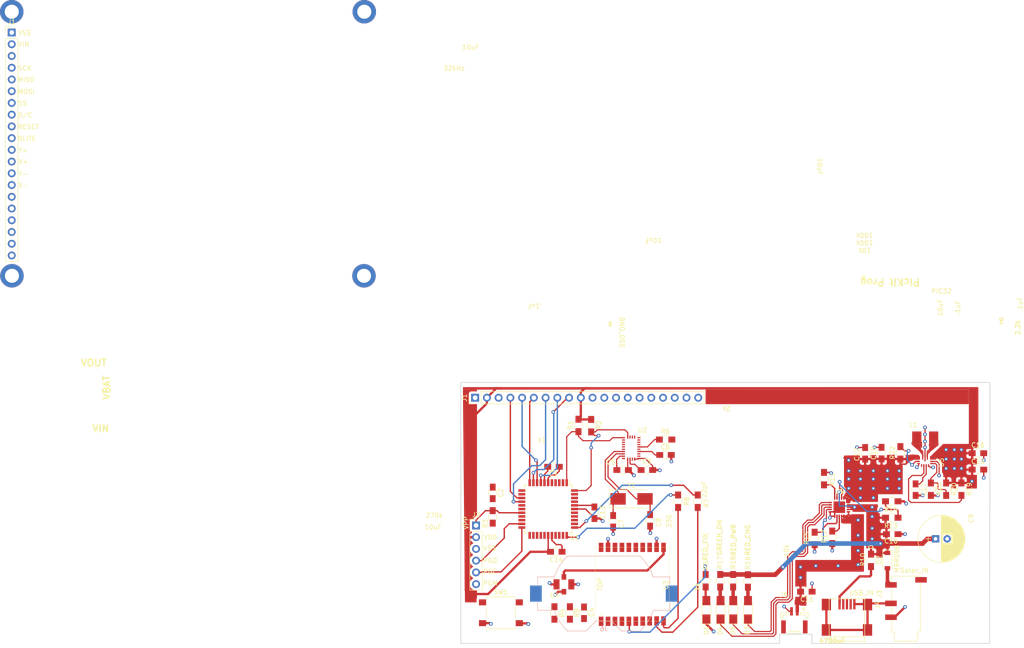
<source format=kicad_pcb>
(kicad_pcb (version 20171130) (host pcbnew "(5.0.0)")
  (layers (0 F.Cu signal) (31 B.Cu signal) (34 B.Paste user) (35 F.Paste user) (36 B.SilkS user hide) (37 F.SilkS user) (38 B.Mask user hide) (39 F.Mask user hide) (44 Edge.Cuts user))
  (net 0 "")
  (net 1 "Net-(C1-Pad1)")
  (net 2 "Net-(C6-Pad1)")
  (net 3 "Net-(C7-Pad2)")
  (net 4 "Net-(C8-Pad2)")
  (net 5 VIN)
  (net 6 VBAT)
  (net 7 VOUT)
  (net 8 "Net-(D1-Pad2)")
  (net 9 "Net-(D2-Pad2)")
  (net 10 "Net-(D3-Pad1)")
  (net 11 "Net-(D3-Pad2)")
  (net 12 "Net-(D4-Pad2)")
  (net 13 "Net-(D4-Pad1)")
  (net 14 "Net-(D5-Pad1)")
  (net 15 "Net-(D5-Pad2)")
  (net 16 SD_Detect)
  (net 17 SD_CS)
  (net 18 IM0)
  (net 19 IM1)
  (net 20 IM2)
  (net 21 IM3)
  (net 22 X-)
  (net 23 Y-)
  (net 24 X+)
  (net 25 Y+)
  (net 26 Lite)
  (net 27 RESET)
  (net 28 D\C)
  (net 29 CS)
  (net 30 MOSI)
  (net 31 MISO)
  (net 32 SPI_CLK)
  (net 33 "Net-(J1-Pad3)")
  (net 34 PGM)
  (net 35 PGC)
  (net 36 PGD)
  (net 37 VSS)
  (net 38 ~MCLR\Vpp)
  (net 39 "Net-(J3-Pad2)")
  (net 40 "Net-(J4-Pad4)")
  (net 41 "Net-(J4-Pad3)")
  (net 42 "Net-(J4-Pad2)")
  (net 43 "Net-(J4-Pad1)")
  (net 44 SDA)
  (net 45 SCL)
  (net 46 FIX)
  (net 47 "Net-(R6-Pad1)")
  (net 48 "Net-(R7-Pad1)")
  (net 49 RX)
  (net 50 TX)
  (net 51 "Net-(R8-Pad1)")
  (net 52 "Net-(R9-Pad1)")
  (net 53 THERM)
  (net 54 "Net-(R12-Pad1)")
  (net 55 "Net-(R13-Pad2)")
  (net 56 "Net-(R15-Pad1)")
  (net 57 "Net-(U1-Pad43)")
  (net 58 "Net-(U1-Pad42)")
  (net 59 "Net-(U1-Pad38)")
  (net 60 "Net-(U1-Pad37)")
  (net 61 "Net-(U1-Pad36)")
  (net 62 "Net-(U1-Pad35)")
  (net 63 "Net-(U1-Pad32)")
  (net 64 "Net-(U1-Pad30)")
  (net 65 "Net-(U1-Pad27)")
  (net 66 "Net-(U1-Pad26)")
  (net 67 "Net-(U1-Pad25)")
  (net 68 "Net-(U1-Pad24)")
  (net 69 "Net-(U1-Pad23)")
  (net 70 "Net-(U1-Pad19)")
  (net 71 "Net-(U1-Pad13)")
  (net 72 "Net-(U1-Pad12)")
  (net 73 "Net-(U1-Pad5)")
  (net 74 "Net-(U1-Pad4)")
  (net 75 "Net-(U1-Pad3)")
  (net 76 "Net-(U1-Pad2)")
  (net 77 "Net-(U2-Pad17)")
  (net 78 "Net-(U2-Pad18)")
  (net 79 "Net-(U2-Pad13)")
  (net 80 "Net-(U2-Pad12)")
  (net 81 "Net-(U2-Pad8)")
  (net 82 "Net-(U2-Pad7)")
  (net 83 "Net-(U2-Pad21)")
  (net 84 "Net-(U2-Pad22)")
  (net 85 "Net-(U2-Pad23)")
  (net 86 "Net-(U2-Pad24)")
  (net 87 "Net-(U2-Pad4)")
  (net 88 "Net-(U2-Pad1)")
  (net 89 VCOIN)
  (net 90 "Net-(U3-Pad6)")
  (net 91 "Net-(U3-Pad7)")
  (net 92 ANT)
  (net 93 PPS)
  (net 94 RTCM)
  (net 95 "Net-(U3-Pad15)")
  (net 96 "Net-(U3-Pad16)")
  (net 97 "Net-(U3-Pad17)")
  (net 98 "Net-(U3-Pad18)")
  (net 99 "Net-(U3-Pad20)")
  (net 100 IMU_INT)
  (net 101 BL_IND)
  (net 102 "Net-(R19-Pad2)")
  (net 103 "Net-(C17-Pad1)")
  (net 104 "Net-(R20-Pad2)")
  (net 105 +3V3)
  (net 106 "Net-(L1-Pad1)")
  (net 107 "Net-(L1-Pad2)")
  (net 108 "Net-(R22-Pad2)")
  (net 109 TFT_RESET)
  (net 110 "Net-(U1-Pad41)")
  (net 111 "Net-(U1-Pad31)")
  (net 112 "Net-(U1-Pad20)")
  (net 113 "Net-(C2-Pad1)")
  (module Pin_Headers:Pin_Header_Straight_1x20_Pitch2.54mm (layer F.Cu) (at 75.15 102.8 90)
    (fp_text reference J1 (at 0 -2.33 90) (layer F.SilkS))
    (fp_text value "TFT OUTPUT")
    (pad 1 thru_hole rect (at 0 0 90) (size 1.7 1.7) (drill 1) (layers *.Cu *.Mask) (net 37 VSS))
    (pad 2 thru_hole oval (at 0 2.54 90) (size 1.7 1.7) (drill 1) (layers *.Cu *.Mask) (net 105 +3V3))
    (pad 3 thru_hole oval (at 0 5.08 90) (size 1.7 1.7) (drill 1) (layers *.Cu *.Mask) (net 33 "Net-(J1-Pad3)"))
    (pad 4 thru_hole oval (at 0 7.62 90) (size 1.7 1.7) (drill 1) (layers *.Cu *.Mask) (net 32 SPI_CLK))
    (pad 5 thru_hole oval (at 0 10.16 90) (size 1.7 1.7) (drill 1) (layers *.Cu *.Mask) (net 31 MISO))
    (pad 6 thru_hole oval (at 0 12.7 90) (size 1.7 1.7) (drill 1) (layers *.Cu *.Mask) (net 30 MOSI))
    (pad 7 thru_hole oval (at 0 15.24 90) (size 1.7 1.7) (drill 1) (layers *.Cu *.Mask) (net 29 CS))
    (pad 8 thru_hole oval (at 0 17.78 90) (size 1.7 1.7) (drill 1) (layers *.Cu *.Mask) (net 28 D\C))
    (pad 9 thru_hole oval (at 0 20.32 90) (size 1.7 1.7) (drill 1) (layers *.Cu *.Mask) (net 109 TFT_RESET))
    (pad 10 thru_hole oval (at 0 22.86 90) (size 1.7 1.7) (drill 1) (layers *.Cu *.Mask) (net 105 +3V3))
    (pad 11 thru_hole oval (at 0 25.4 90) (size 1.7 1.7) (drill 1) (layers *.Cu *.Mask) (net 25 Y+))
    (pad 12 thru_hole oval (at 0 27.94 90) (size 1.7 1.7) (drill 1) (layers *.Cu *.Mask) (net 24 X+))
    (pad 13 thru_hole oval (at 0 30.48 90) (size 1.7 1.7) (drill 1) (layers *.Cu *.Mask) (net 23 Y-))
    (pad 14 thru_hole oval (at 0 33.02 90) (size 1.7 1.7) (drill 1) (layers *.Cu *.Mask) (net 22 X-))
    (pad 15 thru_hole oval (at 0 35.56 90) (size 1.7 1.7) (drill 1) (layers *.Cu *.Mask) (net 21 IM3))
    (pad 16 thru_hole oval (at 0 38.1 90) (size 1.7 1.7) (drill 1) (layers *.Cu *.Mask) (net 20 IM2))
    (pad 17 thru_hole oval (at 0 40.64 90) (size 1.7 1.7) (drill 1) (layers *.Cu *.Mask) (net 19 IM1))
    (pad 18 thru_hole oval (at 0 43.18 90) (size 1.7 1.7) (drill 1) (layers *.Cu *.Mask) (net 18 IM0))
    (pad 19 thru_hole oval (at 0 45.72 90) (size 1.7 1.7) (drill 1) (layers *.Cu *.Mask) (net 17 SD_CS))
    (pad 20 thru_hole oval (at 0 48.26 90) (size 1.7 1.7) (drill 1) (layers *.Cu *.Mask) (net 16 SD_Detect))
  )
  (module Crystals:Crystal_SMD_0603-2pin_6.0x3.5mm_HandSoldering (layer F.Cu) (at 108.9875 124.7)
    (fp_text reference Y1 (at 0 -2.95) (layer F.SilkS))
    (fp_text value 32kHz)
    (pad 1 smd rect (at -2.9125 0) (size 3.325 2.5) (layers F.Cu F.Paste F.Mask) (net 3 "Net-(C7-Pad2)"))
    (pad 2 smd rect (at 2.9125 0) (size 3.325 2.5) (layers F.Cu F.Paste F.Mask) (net 4 "Net-(C8-Pad2)"))
  )
  (module LEDs:LED_1206_HandSoldering (layer F.Cu) (at 128.2369 148.71726 90)
    (fp_text reference D4 (at -4.525 -0.05 90) (layer F.SilkS))
    (fp_text value GREEN_DN)
    (pad 2 smd rect (at 2 0 90) (size 2 1.7) (layers F.Cu F.Paste F.Mask) (net 12 "Net-(D4-Pad2)"))
    (pad 1 smd rect (at -2 0 90) (size 2 1.7) (layers F.Cu F.Paste F.Mask) (net 13 "Net-(D4-Pad1)"))
  )
  (module custom:TPS63070 (layer F.Cu) (at 172.466 116.332 90)
    (fp_text reference U5 (at -0.508 3.556 90) (layer F.SilkS))
    (fp_text value TPS63070)
    (pad 1 smd rect (at -1.15 -0.75 90) (size 0.6 0.25) (layers F.Cu F.Paste F.Mask) (net 7 VOUT))
    (pad 2 smd rect (at -1.15 -0.25 90) (size 0.6 0.25) (layers F.Cu F.Paste F.Mask) (net 102 "Net-(R19-Pad2)"))
    (pad 3 smd rect (at -1.15 0.25 90) (size 0.6 0.25) (layers F.Cu F.Paste F.Mask) (net 103 "Net-(C17-Pad1)"))
    (pad 4 smd rect (at -1.15 0.75 90) (size 0.6 0.25) (layers F.Cu F.Paste F.Mask) (net 37 VSS))
    (pad 5 smd rect (at -0.725 1.4 180) (size 0.6 0.25) (layers F.Cu F.Paste F.Mask) (net 104 "Net-(R20-Pad2)"))
    (pad 6 smd rect (at -0.25 1.4 180) (size 0.6 0.25) (layers F.Cu F.Paste F.Mask) (net 37 VSS))
    (pad 7 smd rect (at 0.25 1.4 180) (size 0.6 0.25) (layers F.Cu F.Paste F.Mask) (net 105 +3V3))
    (pad 8 smd rect (at 0.75 1.4 180) (size 0.6 0.25) (layers F.Cu F.Paste F.Mask) (net 105 +3V3))
    (pad 9 smd rect (at 0.775 0.5 270) (size 1.35 0.25) (layers F.Cu F.Paste F.Mask) (net 106 "Net-(L1-Pad1)"))
    (pad 10 smd rect (at 0.6 0 270) (size 1.7 0.25) (layers F.Cu F.Paste F.Mask) (net 37 VSS))
    (pad 11 smd rect (at 0.775 -0.5 270) (size 1.35 0.25) (layers F.Cu F.Paste F.Mask) (net 107 "Net-(L1-Pad2)"))
    (pad 12 smd rect (at 0.725 -1.4 180) (size 0.6 0.25) (layers F.Cu F.Paste F.Mask) (net 7 VOUT))
    (pad 13 smd rect (at 0.25 -1.4 180) (size 0.6 0.25) (layers F.Cu F.Paste F.Mask) (net 7 VOUT))
    (pad 14 smd rect (at -0.25 -1.4 180) (size 0.6 0.25) (layers F.Cu F.Paste F.Mask) (net 108 "Net-(R22-Pad2)"))
    (pad 15 smd rect (at -0.725 -1.4 180) (size 0.6 0.25) (layers F.Cu F.Paste F.Mask) (net 37 VSS))
    (pad "" smd rect (at 0.5 1.225 270) (size 0.6 0.25) (layers F.Cu F.Paste F.Mask) (net 105 +3V3))
    (pad "" smd rect (at 0.5 -1.225 90) (size 0.6 0.25) (layers F.Cu F.Paste F.Mask) (net 7 VOUT))
  )
  (module custom:Inductor_BB (layer F.Cu) (at 172.488 111.302 180)
    (fp_text reference L1 (at 2.562 2.59 180) (layer F.SilkS))
    (fp_text value 1.5uH)
    (pad 1 smd rect (at -1.85 0.05 180) (size 2 2.3) (layers F.Cu F.Paste F.Mask) (net 106 "Net-(L1-Pad1)"))
    (pad 2 smd rect (at 1.8 0.05 180) (size 2 2.3) (layers F.Cu F.Paste F.Mask) (net 107 "Net-(L1-Pad2)"))
  )
  (module Resistors_SMD:R_0805_HandSoldering (layer F.Cu) (at 167.132 114.728 90)
    (fp_text reference R22 (at 0 -1.7 90) (layer F.SilkS))
    (fp_text value 10k)
    (pad 2 smd rect (at 1.35 0 90) (size 1.5 1.3) (layers F.Cu F.Paste F.Mask) (net 108 "Net-(R22-Pad2)"))
    (pad 1 smd rect (at -1.35 0 90) (size 1.5 1.3) (layers F.Cu F.Paste F.Mask) (net 7 VOUT))
  )
  (module Resistors_SMD:R_0805_HandSoldering (layer F.Cu) (at 177.038 122.602 270)
    (fp_text reference R20 (at 0 -1.7 270) (layer F.SilkS))
    (fp_text value 470k)
    (pad 2 smd rect (at 1.35 0 270) (size 1.5 1.3) (layers F.Cu F.Paste F.Mask) (net 104 "Net-(R20-Pad2)"))
    (pad 1 smd rect (at -1.35 0 270) (size 1.5 1.3) (layers F.Cu F.Paste F.Mask) (net 105 +3V3))
  )
  (module Resistors_SMD:R_0805_HandSoldering (layer F.Cu) (at 173.736 122.602 270)
    (fp_text reference R21 (at 0 -1.7 270) (layer F.SilkS))
    (fp_text value 150k)
    (pad 1 smd rect (at -1.35 0 270) (size 1.5 1.3) (layers F.Cu F.Paste F.Mask) (net 104 "Net-(R20-Pad2)"))
    (pad 2 smd rect (at 1.35 0 270) (size 1.5 1.3) (layers F.Cu F.Paste F.Mask) (net 37 VSS))
  )
  (module Resistors_SMD:R_0805_HandSoldering (layer F.Cu) (at 180.34 122.602 270)
    (fp_text reference R19 (at 0 -1.7 270) (layer F.SilkS))
    (fp_text value 100k)
    (pad 1 smd rect (at -1.35 0 270) (size 1.5 1.3) (layers F.Cu F.Paste F.Mask) (net 105 +3V3))
    (pad 2 smd rect (at 1.35 0 270) (size 1.5 1.3) (layers F.Cu F.Paste F.Mask) (net 102 "Net-(R19-Pad2)"))
  )
  (module Capacitors_SMD:C_0805_HandSoldering (layer F.Cu) (at 170.434 122.702 270)
    (fp_text reference C17 (at 0 -1.75 270) (layer F.SilkS))
    (fp_text value .1uF)
    (pad 2 smd rect (at 1.25 0 270) (size 1.5 1.25) (layers F.Cu F.Paste F.Mask) (net 37 VSS))
    (pad 1 smd rect (at -1.25 0 270) (size 1.5 1.25) (layers F.Cu F.Paste F.Mask) (net 103 "Net-(C17-Pad1)"))
  )
  (module Capacitors_SMD:C_0805_HandSoldering (layer F.Cu) (at 183.916 114.808)
    (fp_text reference C16 (at 0 -1.75) (layer F.SilkS))
    (fp_text value 47uF)
    (pad 1 smd rect (at -1.25 0) (size 1.5 1.25) (layers F.Cu F.Paste F.Mask) (net 105 +3V3))
    (pad 2 smd rect (at 1.25 0) (size 1.5 1.25) (layers F.Cu F.Paste F.Mask) (net 37 VSS))
  )
  (module Capacitors_SMD:C_0805_HandSoldering (layer F.Cu) (at 183.916 118.364)
    (fp_text reference C15 (at 0 -1.75) (layer F.SilkS))
    (fp_text value 10uF)
    (pad 2 smd rect (at 1.25 0) (size 1.5 1.25) (layers F.Cu F.Paste F.Mask) (net 37 VSS))
    (pad 1 smd rect (at -1.25 0) (size 1.5 1.25) (layers F.Cu F.Paste F.Mask) (net 105 +3V3))
  )
  (module Capacitors_SMD:C_0805_HandSoldering (layer F.Cu) (at 163.068 114.788 90)
    (fp_text reference C18 (at 0 -1.75 90) (layer F.SilkS))
    (fp_text value 10uF)
    (pad 1 smd rect (at -1.25 0 90) (size 1.5 1.25) (layers F.Cu F.Paste F.Mask) (net 7 VOUT))
    (pad 2 smd rect (at 1.25 0 90) (size 1.5 1.25) (layers F.Cu F.Paste F.Mask) (net 37 VSS))
  )
  (module Battery_Holders:Keystone_1058_1x2032-CoinCell (layer B.Cu) (at 102.97 145.2 180)
    (fp_text reference J6 (at 0 -7.62 180) (layer B.SilkS) (effects (justify mirror)))
    (fp_text value CR2032)
    (pad 2 smd rect (at 14.68 0 180) (size 2.54 3.51) (layers B.Cu B.Paste B.Mask) (net 37 VSS))
    (pad 1 smd rect (at -14.68 0 180) (size 2.54 3.51) (layers B.Cu B.Paste B.Mask) (net 89 VCOIN))
  )
  (module Resistors_SMD:R_0805_HandSoldering (layer F.Cu) (at 123.3 125.2 90)
    (fp_text reference R7 (at -0.45 1.9 90) (layer F.SilkS))
    (fp_text value 330)
    (pad 1 smd rect (at -1.35 0 90) (size 1.5 1.3) (layers F.Cu F.Paste F.Mask) (net 48 "Net-(R7-Pad1)"))
    (pad 2 smd rect (at 1.35 0 90) (size 1.5 1.3) (layers F.Cu F.Paste F.Mask) (net 49 RX))
  )
  (module Resistors_SMD:R_0805_HandSoldering (layer F.Cu) (at 119.05 125.2 90)
    (fp_text reference R8 (at 0 1.9 90) (layer F.SilkS))
    (fp_text value 330)
    (pad 2 smd rect (at 1.35 0 90) (size 1.5 1.3) (layers F.Cu F.Paste F.Mask) (net 50 TX))
    (pad 1 smd rect (at -1.35 0 90) (size 1.5 1.3) (layers F.Cu F.Paste F.Mask) (net 51 "Net-(R8-Pad1)"))
  )
  (module Buttons_Switches_SMD:SW_SPST_B3S-1000 (layer F.Cu) (at 80.725 149.35)
    (fp_text reference SW1 (at 0 -4.5) (layer F.SilkS))
    (fp_text value RESET)
    (pad 2 smd rect (at 3.975 2.25) (size 1.55 1.3) (layers F.Cu F.Paste F.Mask) (net 37 VSS))
    (pad 2 smd rect (at -3.975 2.25) (size 1.55 1.3) (layers F.Cu F.Paste F.Mask) (net 37 VSS))
    (pad 1 smd rect (at 3.975 -2.25) (size 1.55 1.3) (layers F.Cu F.Paste F.Mask) (net 27 RESET))
    (pad 1 smd rect (at -3.975 -2.25) (size 1.55 1.3) (layers F.Cu F.Paste F.Mask) (net 27 RESET))
  )
  (module Capacitors_SMD:C_0805_HandSoldering (layer F.Cu) (at 92.7 136.15)
    (fp_text reference C14 (at 0 1.7) (layer F.SilkS))
    (fp_text value .1uF)
    (pad 1 smd rect (at -1.25 0) (size 1.5 1.25) (layers F.Cu F.Paste F.Mask) (net 105 +3V3))
    (pad 2 smd rect (at 1.25 0) (size 1.5 1.25) (layers F.Cu F.Paste F.Mask) (net 37 VSS))
  )
  (module Capacitors_SMD:C_0805_HandSoldering (layer F.Cu) (at 100.95 127.7 270)
    (fp_text reference C13 (at -0.05 -1.8 270) (layer F.SilkS))
    (fp_text value .1uF)
    (pad 2 smd rect (at 1.25 0 270) (size 1.5 1.25) (layers F.Cu F.Paste F.Mask) (net 37 VSS))
    (pad 1 smd rect (at -1.25 0 270) (size 1.5 1.25) (layers F.Cu F.Paste F.Mask) (net 105 +3V3))
  )
  (module Housings_QFP:TQFP-44_10x10mm_Pitch0.8mm (layer F.Cu) (at 90.95 126.9 270)
    (fp_text reference U1 (at 6.15 -5.75) (layer F.SilkS))
    (fp_text value PIC32MX170F256D-IPT)
    (pad 44 smd rect (at -4 -5.7) (size 1.5 0.55) (layers F.Cu F.Paste F.Mask) (net 45 SCL))
    (pad 43 smd rect (at -3.2 -5.7) (size 1.5 0.55) (layers F.Cu F.Paste F.Mask) (net 57 "Net-(U1-Pad43)"))
    (pad 42 smd rect (at -2.4 -5.7) (size 1.5 0.55) (layers F.Cu F.Paste F.Mask) (net 58 "Net-(U1-Pad42)"))
    (pad 41 smd rect (at -1.6 -5.7) (size 1.5 0.55) (layers F.Cu F.Paste F.Mask) (net 110 "Net-(U1-Pad41)"))
    (pad 40 smd rect (at -0.8 -5.7) (size 1.5 0.55) (layers F.Cu F.Paste F.Mask) (net 105 +3V3))
    (pad 39 smd rect (at 0 -5.7) (size 1.5 0.55) (layers F.Cu F.Paste F.Mask) (net 37 VSS))
    (pad 38 smd rect (at 0.8 -5.7) (size 1.5 0.55) (layers F.Cu F.Paste F.Mask) (net 59 "Net-(U1-Pad38)"))
    (pad 37 smd rect (at 1.6 -5.7) (size 1.5 0.55) (layers F.Cu F.Paste F.Mask) (net 60 "Net-(U1-Pad37)"))
    (pad 36 smd rect (at 2.4 -5.7) (size 1.5 0.55) (layers F.Cu F.Paste F.Mask) (net 61 "Net-(U1-Pad36)"))
    (pad 35 smd rect (at 3.2 -5.7) (size 1.5 0.55) (layers F.Cu F.Paste F.Mask) (net 62 "Net-(U1-Pad35)"))
    (pad 34 smd rect (at 4 -5.7) (size 1.5 0.55) (layers F.Cu F.Paste F.Mask) (net 49 RX))
    (pad 33 smd rect (at 5.7 -4 270) (size 1.5 0.55) (layers F.Cu F.Paste F.Mask) (net 50 TX))
    (pad 32 smd rect (at 5.7 -3.2 270) (size 1.5 0.55) (layers F.Cu F.Paste F.Mask) (net 63 "Net-(U1-Pad32)"))
    (pad 31 smd rect (at 5.7 -2.4 270) (size 1.5 0.55) (layers F.Cu F.Paste F.Mask) (net 111 "Net-(U1-Pad31)"))
    (pad 30 smd rect (at 5.7 -1.6 270) (size 1.5 0.55) (layers F.Cu F.Paste F.Mask) (net 64 "Net-(U1-Pad30)"))
    (pad 29 smd rect (at 5.7 -0.8 270) (size 1.5 0.55) (layers F.Cu F.Paste F.Mask) (net 37 VSS))
    (pad 28 smd rect (at 5.7 0 270) (size 1.5 0.55) (layers F.Cu F.Paste F.Mask) (net 105 +3V3))
    (pad 27 smd rect (at 5.7 0.8 270) (size 1.5 0.55) (layers F.Cu F.Paste F.Mask) (net 65 "Net-(U1-Pad27)"))
    (pad 26 smd rect (at 5.7 1.6 270) (size 1.5 0.55) (layers F.Cu F.Paste F.Mask) (net 66 "Net-(U1-Pad26)"))
    (pad 25 smd rect (at 5.7 2.4 270) (size 1.5 0.55) (layers F.Cu F.Paste F.Mask) (net 67 "Net-(U1-Pad25)"))
    (pad 24 smd rect (at 5.7 3.2 270) (size 1.5 0.55) (layers F.Cu F.Paste F.Mask) (net 68 "Net-(U1-Pad24)"))
    (pad 23 smd rect (at 5.7 4 270) (size 1.5 0.55) (layers F.Cu F.Paste F.Mask) (net 69 "Net-(U1-Pad23)"))
    (pad 22 smd rect (at 4 5.7) (size 1.5 0.55) (layers F.Cu F.Paste F.Mask) (net 35 PGC))
    (pad 21 smd rect (at 3.2 5.7) (size 1.5 0.55) (layers F.Cu F.Paste F.Mask) (net 36 PGD))
    (pad 20 smd rect (at 2.4 5.7) (size 1.5 0.55) (layers F.Cu F.Paste F.Mask) (net 112 "Net-(U1-Pad20)"))
    (pad 19 smd rect (at 1.6 5.7) (size 1.5 0.55) (layers F.Cu F.Paste F.Mask) (net 70 "Net-(U1-Pad19)"))
    (pad 18 smd rect (at 0.8 5.7) (size 1.5 0.55) (layers F.Cu F.Paste F.Mask) (net 38 ~MCLR\Vpp))
    (pad 17 smd rect (at 0 5.7) (size 1.5 0.55) (layers F.Cu F.Paste F.Mask) (net 113 "Net-(C2-Pad1)"))
    (pad 16 smd rect (at -0.8 5.7) (size 1.5 0.55) (layers F.Cu F.Paste F.Mask) (net 37 VSS))
    (pad 15 smd rect (at -1.6 5.7) (size 1.5 0.55) (layers F.Cu F.Paste F.Mask) (net 29 CS))
    (pad 14 smd rect (at -2.4 5.7) (size 1.5 0.55) (layers F.Cu F.Paste F.Mask) (net 32 SPI_CLK))
    (pad 13 smd rect (at -3.2 5.7) (size 1.5 0.55) (layers F.Cu F.Paste F.Mask) (net 71 "Net-(U1-Pad13)"))
    (pad 12 smd rect (at -4 5.7) (size 1.5 0.55) (layers F.Cu F.Paste F.Mask) (net 72 "Net-(U1-Pad12)"))
    (pad 11 smd rect (at -5.7 4 270) (size 1.5 0.55) (layers F.Cu F.Paste F.Mask) (net 30 MOSI))
    (pad 10 smd rect (at -5.7 3.2 270) (size 1.5 0.55) (layers F.Cu F.Paste F.Mask) (net 109 TFT_RESET))
    (pad 9 smd rect (at -5.7 2.4 270) (size 1.5 0.55) (layers F.Cu F.Paste F.Mask) (net 31 MISO))
    (pad 8 smd rect (at -5.7 1.6 270) (size 1.5 0.55) (layers F.Cu F.Paste F.Mask) (net 28 D\C))
    (pad 7 smd rect (at -5.7 0.8 270) (size 1.5 0.55) (layers F.Cu F.Paste F.Mask) (net 1 "Net-(C1-Pad1)"))
    (pad 6 smd rect (at -5.7 0 270) (size 1.5 0.55) (layers F.Cu F.Paste F.Mask) (net 37 VSS))
    (pad 5 smd rect (at -5.7 -0.8 270) (size 1.5 0.55) (layers F.Cu F.Paste F.Mask) (net 73 "Net-(U1-Pad5)"))
    (pad 4 smd rect (at -5.7 -1.6 270) (size 1.5 0.55) (layers F.Cu F.Paste F.Mask) (net 74 "Net-(U1-Pad4)"))
    (pad 3 smd rect (at -5.7 -2.4 270) (size 1.5 0.55) (layers F.Cu F.Paste F.Mask) (net 75 "Net-(U1-Pad3)"))
    (pad 2 smd rect (at -5.7 -3.2 270) (size 1.5 0.55) (layers F.Cu F.Paste F.Mask) (net 76 "Net-(U1-Pad2)"))
    (pad 1 smd rect (at -5.7 -4 270) (size 1.5 0.55) (layers F.Cu F.Paste F.Mask) (net 44 SDA))
  )
  (module LEDs:LED_1206_HandSoldering (layer F.Cu) (at 125.1659 148.71726 90)
    (fp_text reference D1 (at -4.44474 0.0561 90) (layer F.SilkS))
    (fp_text value FIX_LED_RED)
    (pad 2 smd rect (at 2 0 90) (size 2 1.7) (layers F.Cu F.Paste F.Mask) (net 8 "Net-(D1-Pad2)"))
    (pad 1 smd rect (at -2 0 90) (size 2 1.7) (layers F.Cu F.Paste F.Mask) (net 37 VSS))
  )
  (module LEDs:LED_1206_HandSoldering (layer F.Cu) (at 130.9809 148.71726 90)
    (fp_text reference D5 (at -4.475 -0.125 90) (layer F.SilkS))
    (fp_text value RED_PWR)
    (pad 1 smd rect (at -2 0 90) (size 2 1.7) (layers F.Cu F.Paste F.Mask) (net 14 "Net-(D5-Pad1)"))
    (pad 2 smd rect (at 2 0 90) (size 2 1.7) (layers F.Cu F.Paste F.Mask) (net 15 "Net-(D5-Pad2)"))
  )
  (module LEDs:LED_1206_HandSoldering (layer F.Cu) (at 134.1755 148.71726 90)
    (fp_text reference D3 (at -4.425 -0.15 90) (layer F.SilkS))
    (fp_text value RED_CHG)
    (pad 1 smd rect (at -2 0 90) (size 2 1.7) (layers F.Cu F.Paste F.Mask) (net 10 "Net-(D3-Pad1)"))
    (pad 2 smd rect (at 2 0 90) (size 2 1.7) (layers F.Cu F.Paste F.Mask) (net 11 "Net-(D3-Pad2)"))
  )
  (module Resistors_SMD:R_0805_HandSoldering (layer F.Cu) (at 125.0159 142.41726 270)
    (fp_text reference R5 (at -3.35226 -0.0156 270) (layer F.SilkS))
    (fp_text value 1K)
    (pad 1 smd rect (at -1.35 0 270) (size 1.5 1.3) (layers F.Cu F.Paste F.Mask) (net 46 FIX))
    (pad 2 smd rect (at 1.35 0 270) (size 1.5 1.3) (layers F.Cu F.Paste F.Mask) (net 8 "Net-(D1-Pad2)"))
  )
  (module Resistors_SMD:R_0805_HandSoldering (layer F.Cu) (at 128.1619 142.41726 270)
    (fp_text reference R17 (at -3.925 0.075 270) (layer F.SilkS))
    (fp_text value 1k)
    (pad 2 smd rect (at 1.35 0 270) (size 1.5 1.3) (layers F.Cu F.Paste F.Mask) (net 12 "Net-(D4-Pad2)"))
    (pad 1 smd rect (at -1.35 0 270) (size 1.5 1.3) (layers F.Cu F.Paste F.Mask) (net 5 VIN))
  )
  (module Resistors_SMD:R_0805_HandSoldering (layer F.Cu) (at 130.9559 142.41726 270)
    (fp_text reference R18 (at -3.95 -0.025 270) (layer F.SilkS))
    (fp_text value 1k)
    (pad 1 smd rect (at -1.35 0 270) (size 1.5 1.3) (layers F.Cu F.Paste F.Mask) (net 5 VIN))
    (pad 2 smd rect (at 1.35 0 270) (size 1.5 1.3) (layers F.Cu F.Paste F.Mask) (net 15 "Net-(D5-Pad2)"))
  )
  (module Resistors_SMD:R_0805_HandSoldering (layer F.Cu) (at 134.1559 142.46726 270)
    (fp_text reference R16 (at -3.925 0.025 270) (layer F.SilkS))
    (fp_text value 1k)
    (pad 1 smd rect (at -1.35 0 270) (size 1.5 1.3) (layers F.Cu F.Paste F.Mask) (net 5 VIN))
    (pad 2 smd rect (at 1.35 0 270) (size 1.5 1.3) (layers F.Cu F.Paste F.Mask) (net 11 "Net-(D3-Pad2)"))
  )
  (module Capacitors_SMD:C_0805_HandSoldering (layer F.Cu) (at 92.1 117.75)
    (fp_text reference C1 (at 0.05 1.525) (layer F.SilkS))
    (fp_text value 10uF)
    (pad 1 smd rect (at -1.25 0) (size 1.5 1.25) (layers F.Cu F.Paste F.Mask) (net 1 "Net-(C1-Pad1)"))
    (pad 2 smd rect (at 1.25 0) (size 1.5 1.25) (layers F.Cu F.Paste F.Mask) (net 37 VSS))
  )
  (module Capacitors_SMD:C_0805_HandSoldering (layer F.Cu) (at 78.95 123.4 90)
    (fp_text reference C2 (at 0 1.778 90) (layer F.SilkS))
    (fp_text value .1uF)
    (pad 1 smd rect (at -1.25 0 90) (size 1.5 1.25) (layers F.Cu F.Paste F.Mask) (net 113 "Net-(C2-Pad1)"))
    (pad 2 smd rect (at 1.25 0 90) (size 1.5 1.25) (layers F.Cu F.Paste F.Mask) (net 37 VSS))
  )
  (module Capacitors_SMD:C_0805_HandSoldering (layer F.Cu) (at 112.3 118.45)
    (fp_text reference C3 (at 0 -1.85) (layer F.SilkS))
    (fp_text value .1uF)
    (pad 2 smd rect (at 1.25 0) (size 1.5 1.25) (layers F.Cu F.Paste F.Mask) (net 37 VSS))
    (pad 1 smd rect (at -1.25 0) (size 1.5 1.25) (layers F.Cu F.Paste F.Mask) (net 105 +3V3))
  )
  (module Capacitors_SMD:C_0805_HandSoldering (layer F.Cu) (at 98.7 149.35 270)
    (fp_text reference C4 (at -0.0835 -1.651 270) (layer F.SilkS))
    (fp_text value .1uF)
    (pad 2 smd rect (at 1.25 0 270) (size 1.5 1.25) (layers F.Cu F.Paste F.Mask) (net 105 +3V3))
    (pad 1 smd rect (at -1.25 0 270) (size 1.5 1.25) (layers F.Cu F.Paste F.Mask) (net 37 VSS))
  )
  (module Capacitors_SMD:C_0805_HandSoldering (layer F.Cu) (at 107.05 118.45 180)
    (fp_text reference C5 (at 2.55 1.7 180) (layer F.SilkS))
    (fp_text value .1uF)
    (pad 2 smd rect (at 1.25 0 180) (size 1.5 1.25) (layers F.Cu F.Paste F.Mask) (net 105 +3V3))
    (pad 1 smd rect (at -1.25 0 180) (size 1.5 1.25) (layers F.Cu F.Paste F.Mask) (net 37 VSS))
  )
  (module Capacitors_SMD:C_0805_HandSoldering (layer F.Cu) (at 116.32434 115.18448)
    (fp_text reference C6 (at -0.02434 -1.68448) (layer F.SilkS))
    (fp_text value 10uF)
    (pad 2 smd rect (at 1.25 0) (size 1.5 1.25) (layers F.Cu F.Paste F.Mask) (net 37 VSS))
    (pad 1 smd rect (at -1.25 0) (size 1.5 1.25) (layers F.Cu F.Paste F.Mask) (net 2 "Net-(C6-Pad1)"))
  )
  (module Capacitors_SMD:C_0805_HandSoldering (layer F.Cu) (at 105 129.55 90)
    (fp_text reference C7 (at -0.55 1.8 90) (layer F.SilkS))
    (fp_text value 22pF)
    (pad 1 smd rect (at -1.25 0 90) (size 1.5 1.25) (layers F.Cu F.Paste F.Mask) (net 37 VSS))
    (pad 2 smd rect (at 1.25 0 90) (size 1.5 1.25) (layers F.Cu F.Paste F.Mask) (net 3 "Net-(C7-Pad2)"))
  )
  (module Capacitors_SMD:C_0805_HandSoldering (layer F.Cu) (at 113 129.35 90)
    (fp_text reference C8 (at -0.45 1.85 90) (layer F.SilkS))
    (fp_text value 22pF)
    (pad 2 smd rect (at 1.25 0 90) (size 1.5 1.25) (layers F.Cu F.Paste F.Mask) (net 4 "Net-(C8-Pad2)"))
    (pad 1 smd rect (at -1.25 0 90) (size 1.5 1.25) (layers F.Cu F.Paste F.Mask) (net 37 VSS))
  )
  (module Capacitors_THT:CP_Radial_D10.0mm_P2.50mm (layer F.Cu) (at 174.752 133.35)
    (fp_text reference C9 (at 7.7 -4.4 -270) (layer F.SilkS))
    (fp_text value 4700uF)
    (pad 2 thru_hole circle (at 2.5 0) (size 1.6 1.6) (drill 0.8) (layers *.Cu *.Mask) (net 37 VSS))
    (pad 1 thru_hole rect (at 0 0) (size 1.6 1.6) (drill 0.8) (layers *.Cu *.Mask) (net 5 VIN))
  )
  (module Capacitors_SMD:C_0805_HandSoldering (layer F.Cu) (at 165.374 132.334)
    (fp_text reference C10 (at -0.254 1.524) (layer F.SilkS))
    (fp_text value 10uF)
    (pad 1 smd rect (at -1.25 0) (size 1.5 1.25) (layers F.Cu F.Paste F.Mask) (net 5 VIN))
    (pad 2 smd rect (at 1.25 0) (size 1.5 1.25) (layers F.Cu F.Paste F.Mask) (net 37 VSS))
  )
  (module Capacitors_SMD:C_0805_HandSoldering (layer F.Cu) (at 146.792 144.78)
    (fp_text reference C11 (at 0.147 1.651) (layer F.SilkS))
    (fp_text value 10uF)
    (pad 1 smd rect (at -1.25 0) (size 1.5 1.25) (layers F.Cu F.Paste F.Mask) (net 6 VBAT))
    (pad 2 smd rect (at 1.25 0) (size 1.5 1.25) (layers F.Cu F.Paste F.Mask) (net 37 VSS))
  )
  (module Capacitors_SMD:C_0805_HandSoldering (layer F.Cu) (at 159.512 114.828 90)
    (fp_text reference C12 (at -0.234 -1.778 90) (layer F.SilkS))
    (fp_text value 10uF)
    (pad 2 smd rect (at 1.25 0 90) (size 1.5 1.25) (layers F.Cu F.Paste F.Mask) (net 37 VSS))
    (pad 1 smd rect (at -1.25 0 90) (size 1.5 1.25) (layers F.Cu F.Paste F.Mask) (net 7 VOUT))
  )
  (module Diodes_SMD:D_SOD-123 (layer F.Cu) (at 164.338 138.05 270)
    (fp_text reference D2 (at -0.128 1.778 270) (layer F.SilkS))
    (fp_text value MBR0580)
    (pad 2 smd rect (at 1.65 0 270) (size 0.9 1.2) (layers F.Cu F.Paste F.Mask) (net 9 "Net-(D2-Pad2)"))
    (pad 1 smd rect (at -1.65 0 270) (size 0.9 1.2) (layers F.Cu F.Paste F.Mask) (net 5 VIN))
  )
  (module Pin_Headers:Pin_Header_Straight_1x20_Pitch2.54mm (layer F.Cu) (at -25.1 23.74)
    (fp_text reference J1 (at 0 -2.33) (layer F.SilkS))
    (fp_text value "TFT OUTPUT")
    (pad 20 thru_hole oval (at 0 48.26) (size 1.7 1.7) (drill 1) (layers *.Cu *.Mask) (net 16 SD_Detect))
    (pad 19 thru_hole oval (at 0 45.72) (size 1.7 1.7) (drill 1) (layers *.Cu *.Mask) (net 17 SD_CS))
    (pad 18 thru_hole oval (at 0 43.18) (size 1.7 1.7) (drill 1) (layers *.Cu *.Mask) (net 18 IM0))
    (pad 17 thru_hole oval (at 0 40.64) (size 1.7 1.7) (drill 1) (layers *.Cu *.Mask) (net 19 IM1))
    (pad 16 thru_hole oval (at 0 38.1) (size 1.7 1.7) (drill 1) (layers *.Cu *.Mask) (net 20 IM2))
    (pad 15 thru_hole oval (at 0 35.56) (size 1.7 1.7) (drill 1) (layers *.Cu *.Mask) (net 21 IM3))
    (pad 14 thru_hole oval (at 0 33.02) (size 1.7 1.7) (drill 1) (layers *.Cu *.Mask) (net 22 X-))
    (pad 13 thru_hole oval (at 0 30.48) (size 1.7 1.7) (drill 1) (layers *.Cu *.Mask) (net 23 Y-))
    (pad 12 thru_hole oval (at 0 27.94) (size 1.7 1.7) (drill 1) (layers *.Cu *.Mask) (net 24 X+))
    (pad 11 thru_hole oval (at 0 25.4) (size 1.7 1.7) (drill 1) (layers *.Cu *.Mask) (net 25 Y+))
    (pad 10 thru_hole oval (at 0 22.86) (size 1.7 1.7) (drill 1) (layers *.Cu *.Mask) (net 26 Lite))
    (pad 9 thru_hole oval (at 0 20.32) (size 1.7 1.7) (drill 1) (layers *.Cu *.Mask) (net 109 TFT_RESET))
    (pad 8 thru_hole oval (at 0 17.78) (size 1.7 1.7) (drill 1) (layers *.Cu *.Mask) (net 28 D\C))
    (pad 7 thru_hole oval (at 0 15.24) (size 1.7 1.7) (drill 1) (layers *.Cu *.Mask) (net 29 CS))
    (pad 6 thru_hole oval (at 0 12.7) (size 1.7 1.7) (drill 1) (layers *.Cu *.Mask) (net 30 MOSI))
    (pad 5 thru_hole oval (at 0 10.16) (size 1.7 1.7) (drill 1) (layers *.Cu *.Mask) (net 31 MISO))
    (pad 4 thru_hole oval (at 0 7.62) (size 1.7 1.7) (drill 1) (layers *.Cu *.Mask) (net 32 SPI_CLK))
    (pad 3 thru_hole oval (at 0 5.08) (size 1.7 1.7) (drill 1) (layers *.Cu *.Mask) (net 33 "Net-(J1-Pad3)"))
    (pad 2 thru_hole oval (at 0 2.54) (size 1.7 1.7) (drill 1) (layers *.Cu *.Mask) (net 105 +3V3))
    (pad 1 thru_hole rect (at 0 0) (size 1.7 1.7) (drill 1) (layers *.Cu *.Mask) (net 37 VSS))
  )
  (module Pin_Headers:Pin_Header_Straight_1x06_Pitch2.54mm (layer F.Cu) (at 75.35 130.45)
    (fp_text reference J2 (at 0 -2.33) (layer F.SilkS))
    (fp_text value Conn_01x06_Male)
    (pad 6 thru_hole oval (at 0 12.7) (size 1.7 1.7) (drill 1) (layers *.Cu *.Mask) (net 34 PGM))
    (pad 5 thru_hole oval (at 0 10.16) (size 1.7 1.7) (drill 1) (layers *.Cu *.Mask) (net 35 PGC))
    (pad 4 thru_hole oval (at 0 7.62) (size 1.7 1.7) (drill 1) (layers *.Cu *.Mask) (net 36 PGD))
    (pad 3 thru_hole oval (at 0 5.08) (size 1.7 1.7) (drill 1) (layers *.Cu *.Mask) (net 37 VSS))
    (pad 2 thru_hole oval (at 0 2.54) (size 1.7 1.7) (drill 1) (layers *.Cu *.Mask) (net 105 +3V3))
    (pad 1 thru_hole rect (at 0 0) (size 1.7 1.7) (drill 1) (layers *.Cu *.Mask) (net 38 ~MCLR\Vpp))
  )
  (module Connectors:PJ320D_3.5mm_Jack (layer F.Cu) (at 168.35 147.145 90)
    (fp_text reference J3 (at 1.825 -5.75 90) (layer F.SilkS))
    (fp_text value Solar_IN)
    (pad "" np_thru_hole circle (at 2.225 0 90) (size 1.5 1.5) (drill 1.5) (layers *.Cu *.Mask))
    (pad "" np_thru_hole circle (at -4.775 0 90) (size 1.5 1.5) (drill 1.5) (layers *.Cu *.Mask))
    (pad 3 smd rect (at -3.175 -3.25 90) (size 1.2 2.5) (layers F.Cu F.Paste F.Mask) (net 37 VSS))
    (pad 2 smd rect (at -0.175 -3.25 90) (size 1.2 2.5) (layers F.Cu F.Paste F.Mask) (net 39 "Net-(J3-Pad2)"))
    (pad 1 smd rect (at 3.825 -3.25 90) (size 1.2 2.5) (layers F.Cu F.Paste F.Mask) (net 9 "Net-(D2-Pad2)"))
    (pad 4 smd rect (at 4.925 3.25 90) (size 1.2 2.5) (layers F.Cu F.Paste F.Mask))
  )
  (module Connectors:USB_Mini-B (layer F.Cu) (at 155.58 150.274 90)
    (fp_text reference J4 (at 2.65 6.625 90) (layer F.SilkS))
    (fp_text value USB_IN)
    (pad "" np_thru_hole circle (at 0.2 2.2 90) (size 0.9 0.9) (drill 0.9) (layers *.Cu *.Mask))
    (pad "" np_thru_hole circle (at 0.2 -2.2 90) (size 0.9 0.9) (drill 0.9) (layers *.Cu *.Mask))
    (pad 6 smd rect (at -2.8 4.45 90) (size 2.5 2) (layers F.Cu F.Paste F.Mask) (net 39 "Net-(J3-Pad2)"))
    (pad 6 smd rect (at 2.7 4.45 90) (size 2.5 2) (layers F.Cu F.Paste F.Mask) (net 39 "Net-(J3-Pad2)"))
    (pad 6 smd rect (at -2.8 -4.45 90) (size 2.5 2) (layers F.Cu F.Paste F.Mask) (net 39 "Net-(J3-Pad2)"))
    (pad 6 smd rect (at 2.7 -4.45 90) (size 2.5 2) (layers F.Cu F.Paste F.Mask) (net 39 "Net-(J3-Pad2)"))
    (pad 5 smd rect (at 2.8 1.6 90) (size 2.3 0.5) (layers F.Cu F.Paste F.Mask) (net 39 "Net-(J3-Pad2)"))
    (pad 4 smd rect (at 2.8 0.8 90) (size 2.3 0.5) (layers F.Cu F.Paste F.Mask) (net 40 "Net-(J4-Pad4)"))
    (pad 3 smd rect (at 2.8 0 90) (size 2.3 0.5) (layers F.Cu F.Paste F.Mask) (net 41 "Net-(J4-Pad3)"))
    (pad 2 smd rect (at 2.8 -0.8 90) (size 2.3 0.5) (layers F.Cu F.Paste F.Mask) (net 42 "Net-(J4-Pad2)"))
    (pad 1 smd rect (at 2.8 -1.6 90) (size 2.3 0.5) (layers F.Cu F.Paste F.Mask) (net 43 "Net-(J4-Pad1)"))
  )
  (module Connectors_JST:JST_GH_BM02B-GHS-TBT_02x1.25mm_Straight (layer F.Cu) (at 144.208 150.725 180)
    (fp_text reference J5 (at 2.2865 5.2465 180) (layer F.SilkS))
    (fp_text value BATT_JST)
    (pad "" smd rect (at -2.35 -1.675 180) (size 1 2.8) (layers F.Cu F.Paste F.Mask))
    (pad "" smd rect (at 2.35 -1.675 180) (size 1 2.8) (layers F.Cu F.Paste F.Mask))
    (pad 2 smd rect (at 0.625 1.675 180) (size 0.6 1.8) (layers F.Cu F.Paste F.Mask) (net 37 VSS))
    (pad 1 smd rect (at -0.625 1.675 180) (size 0.6 1.8) (layers F.Cu F.Paste F.Mask) (net 6 VBAT))
  )
  (module Resistors_SMD:R_0805_HandSoldering (layer F.Cu) (at 97.5 108.8 270)
    (fp_text reference R1 (at -0.08 1.778 270) (layer F.SilkS))
    (fp_text value 2.2k)
    (pad 2 smd rect (at 1.35 0 270) (size 1.5 1.3) (layers F.Cu F.Paste F.Mask) (net 44 SDA))
    (pad 1 smd rect (at -1.35 0 270) (size 1.5 1.3) (layers F.Cu F.Paste F.Mask) (net 105 +3V3))
  )
  (module Resistors_SMD:R_0805_HandSoldering (layer F.Cu) (at 100.25 108.85 270)
    (fp_text reference R2 (at -0.174 -1.7 270) (layer F.SilkS))
    (fp_text value 2.2k)
    (pad 1 smd rect (at -1.35 0 270) (size 1.5 1.3) (layers F.Cu F.Paste F.Mask) (net 105 +3V3))
    (pad 2 smd rect (at 1.35 0 270) (size 1.5 1.3) (layers F.Cu F.Paste F.Mask) (net 45 SCL))
  )
  (module Resistors_SMD:R_0805_HandSoldering (layer F.Cu) (at 78.95 128.6 270)
    (fp_text reference R3 (at 1.444 1.5875 270) (layer F.SilkS))
    (fp_text value 1k)
    (pad 2 smd rect (at 1.35 0 270) (size 1.5 1.3) (layers F.Cu F.Paste F.Mask) (net 27 RESET))
    (pad 1 smd rect (at -1.35 0 270) (size 1.5 1.3) (layers F.Cu F.Paste F.Mask) (net 38 ~MCLR\Vpp))
  )
  (module Resistors_SMD:R_0805_HandSoldering (layer F.Cu) (at 92.3 149.4 270)
    (fp_text reference R4 (at 0 -1.7 270) (layer F.SilkS))
    (fp_text value 10k)
    (pad 1 smd rect (at -1.35 0 270) (size 1.5 1.3) (layers F.Cu F.Paste F.Mask) (net 105 +3V3))
    (pad 2 smd rect (at 1.35 0 270) (size 1.5 1.3) (layers F.Cu F.Paste F.Mask) (net 27 RESET))
  )
  (module Resistors_SMD:R_0805_HandSoldering (layer F.Cu) (at 116.35 111.85)
    (fp_text reference R6 (at -0.05 -1.75) (layer F.SilkS))
    (fp_text value 1k)
    (pad 1 smd rect (at -1.35 0) (size 1.5 1.3) (layers F.Cu F.Paste F.Mask) (net 47 "Net-(R6-Pad1)"))
    (pad 2 smd rect (at 1.35 0) (size 1.5 1.3) (layers F.Cu F.Paste F.Mask) (net 27 RESET))
  )
  (module Resistors_SMD:R_0805_HandSoldering (layer F.Cu) (at 95.65 149.4 90)
    (fp_text reference R9 (at 0.0165 1.4605 90) (layer F.SilkS))
    (fp_text value 1k)
    (pad 2 smd rect (at 1.35 0 90) (size 1.5 1.3) (layers F.Cu F.Paste F.Mask) (net 27 RESET))
    (pad 1 smd rect (at -1.35 0 90) (size 1.5 1.3) (layers F.Cu F.Paste F.Mask) (net 52 "Net-(R9-Pad1)"))
  )
  (module Resistors_SMD:R_0805_HandSoldering (layer F.Cu) (at 160.782 138.002 270)
    (fp_text reference R10 (at -0.174 1.778 270) (layer F.SilkS))
    (fp_text value 0)
    (pad 2 smd rect (at 1.35 0 270) (size 1.5 1.3) (layers F.Cu F.Paste F.Mask) (net 43 "Net-(J4-Pad1)"))
    (pad 1 smd rect (at -1.35 0 270) (size 1.5 1.3) (layers F.Cu F.Paste F.Mask) (net 5 VIN))
  )
  (module Resistors_SMD:R_0805_HandSoldering (layer F.Cu) (at 150.622 120.316 90)
    (fp_text reference R11 (at -0.174 1.778 90) (layer F.SilkS))
    (fp_text value 10k)
    (pad 2 smd rect (at 1.35 0 90) (size 1.5 1.3) (layers F.Cu F.Paste F.Mask) (net 37 VSS))
    (pad 1 smd rect (at -1.35 0 90) (size 1.5 1.3) (layers F.Cu F.Paste F.Mask) (net 53 THERM))
  )
  (module Resistors_SMD:R_0805_HandSoldering (layer F.Cu) (at 152.4 133.016 270)
    (fp_text reference R12 (at -0.174 1.778 90) (layer F.SilkS))
    (fp_text value 2k)
    (pad 2 smd rect (at 1.35 0 270) (size 1.5 1.3) (layers F.Cu F.Paste F.Mask) (net 37 VSS))
    (pad 1 smd rect (at -1.35 0 270) (size 1.5 1.3) (layers F.Cu F.Paste F.Mask) (net 54 "Net-(R12-Pad1)"))
  )
  (module Resistors_SMD:R_0805_HandSoldering (layer F.Cu) (at 165.274 128.778)
    (fp_text reference R13 (at -0.174 1.778) (layer F.SilkS))
    (fp_text value 270k)
    (pad 2 smd rect (at 1.35 0) (size 1.5 1.3) (layers F.Cu F.Paste F.Mask) (net 55 "Net-(R13-Pad2)"))
    (pad 1 smd rect (at -1.35 0) (size 1.5 1.3) (layers F.Cu F.Paste F.Mask) (net 5 VIN))
  )
  (module Resistors_SMD:R_0805_HandSoldering (layer F.Cu) (at 165.274 125.222)
    (fp_text reference R14 (at -0.174 1.778) (layer F.SilkS))
    (fp_text value 100k)
    (pad 1 smd rect (at -1.35 0) (size 1.5 1.3) (layers F.Cu F.Paste F.Mask) (net 55 "Net-(R13-Pad2)"))
    (pad 2 smd rect (at 1.35 0) (size 1.5 1.3) (layers F.Cu F.Paste F.Mask) (net 37 VSS))
  )
  (module Resistors_SMD:R_0805_HandSoldering (layer F.Cu) (at 148.59 133.27 270)
    (fp_text reference R15 (at -0.08 1.778 270) (layer F.SilkS))
    (fp_text value 100k)
    (pad 1 smd rect (at -1.35 0 270) (size 1.5 1.3) (layers F.Cu F.Paste F.Mask) (net 56 "Net-(R15-Pad1)"))
    (pad 2 smd rect (at 1.35 0 270) (size 1.5 1.3) (layers F.Cu F.Paste F.Mask) (net 37 VSS))
  )
  (module Housings_LGA:LGA-28_5.2x3.8mm_Pitch0.5mm (layer F.Cu) (at 108.9 113.7 90)
    (fp_text reference U2 (at 3.85 2.4) (layer F.SilkS))
    (fp_text value BNO055)
    (pad 16 smd rect (at 2.3875 0.75 180) (size 0.254 0.675) (layers F.Cu F.Paste F.Mask) (net 37 VSS))
    (pad 17 smd rect (at 2.3875 0.25 180) (size 0.254 0.675) (layers F.Cu F.Paste F.Mask) (net 77 "Net-(U2-Pad17)"))
    (pad 18 smd rect (at 2.3875 -0.25 180) (size 0.254 0.675) (layers F.Cu F.Paste F.Mask) (net 78 "Net-(U2-Pad18)"))
    (pad 15 smd rect (at 2.25 1.6625 90) (size 0.254 0.675) (layers F.Cu F.Paste F.Mask) (net 37 VSS))
    (pad 14 smd rect (at 1.75 1.6625 90) (size 0.254 0.675) (layers F.Cu F.Paste F.Mask) (net 100 IMU_INT))
    (pad 13 smd rect (at 1.25 1.6625 90) (size 0.254 0.675) (layers F.Cu F.Paste F.Mask) (net 79 "Net-(U2-Pad13)"))
    (pad 12 smd rect (at 0.75 1.6625 90) (size 0.254 0.675) (layers F.Cu F.Paste F.Mask) (net 80 "Net-(U2-Pad12)"))
    (pad 11 smd rect (at 0.25 1.6625 90) (size 0.254 0.675) (layers F.Cu F.Paste F.Mask) (net 47 "Net-(R6-Pad1)"))
    (pad 10 smd rect (at -0.25 1.6625 90) (size 0.254 0.675) (layers F.Cu F.Paste F.Mask) (net 101 BL_IND))
    (pad 9 smd rect (at -0.75 1.6625 90) (size 0.254 0.675) (layers F.Cu F.Paste F.Mask) (net 2 "Net-(C6-Pad1)"))
    (pad 8 smd rect (at -1.25 1.6625 90) (size 0.254 0.675) (layers F.Cu F.Paste F.Mask) (net 81 "Net-(U2-Pad8)"))
    (pad 7 smd rect (at -1.75 1.6625 90) (size 0.254 0.675) (layers F.Cu F.Paste F.Mask) (net 82 "Net-(U2-Pad7)"))
    (pad 20 smd rect (at 2.25 -1.6625 90) (size 0.254 0.675) (layers F.Cu F.Paste F.Mask) (net 44 SDA))
    (pad 21 smd rect (at 1.75 -1.6625 90) (size 0.254 0.675) (layers F.Cu F.Paste F.Mask) (net 83 "Net-(U2-Pad21)"))
    (pad 22 smd rect (at 1.25 -1.6625 90) (size 0.254 0.675) (layers F.Cu F.Paste F.Mask) (net 84 "Net-(U2-Pad22)"))
    (pad 23 smd rect (at 0.75 -1.6625 90) (size 0.254 0.675) (layers F.Cu F.Paste F.Mask) (net 85 "Net-(U2-Pad23)"))
    (pad 24 smd rect (at 0.25 -1.6625 90) (size 0.254 0.675) (layers F.Cu F.Paste F.Mask) (net 86 "Net-(U2-Pad24)"))
    (pad 25 smd rect (at -0.25 -1.6625 90) (size 0.254 0.675) (layers F.Cu F.Paste F.Mask) (net 37 VSS))
    (pad 26 smd rect (at -0.75 -1.6625 90) (size 0.254 0.675) (layers F.Cu F.Paste F.Mask) (net 3 "Net-(C7-Pad2)"))
    (pad 27 smd rect (at -1.25 -1.6625 90) (size 0.254 0.675) (layers F.Cu F.Paste F.Mask) (net 4 "Net-(C8-Pad2)"))
    (pad 28 smd rect (at -1.75 -1.6625 90) (size 0.254 0.675) (layers F.Cu F.Paste F.Mask) (net 105 +3V3))
    (pad 5 smd rect (at -2.3875 0.75 180) (size 0.254 0.675) (layers F.Cu F.Paste F.Mask) (net 37 VSS))
    (pad 4 smd rect (at -2.3875 0.25 180) (size 0.254 0.675) (layers F.Cu F.Paste F.Mask) (net 87 "Net-(U2-Pad4)"))
    (pad 3 smd rect (at -2.3875 -0.25 180) (size 0.254 0.675) (layers F.Cu F.Paste F.Mask) (net 105 +3V3))
    (pad 1 smd rect (at -2.25 -1.6625 90) (size 0.254 0.675) (layers F.Cu F.Paste F.Mask) (net 88 "Net-(U2-Pad1)"))
    (pad 2 smd rect (at -2.3875 -0.75 180) (size 0.254 0.675) (layers F.Cu F.Paste F.Mask) (net 37 VSS))
    (pad 6 smd rect (at -2.25 1.6625 90) (size 0.254 0.675) (layers F.Cu F.Paste F.Mask) (net 37 VSS))
    (pad 19 smd rect (at 2.3875 -0.75 180) (size 0.254 0.675) (layers F.Cu F.Paste F.Mask) (net 45 SCL))
  )
  (module custom:MTK3339 (layer F.Cu) (at 116.15 143.2 90)
    (fp_text reference U3 (at -0.139411 0.255747 90) (layer F.SilkS))
    (fp_text value MTK3339)
    (fp_text user TOP (at 0 -13.96 90) (layer F.SilkS))
    (pad 1 smd rect (at -8 -13.75 90) (size 2 1) (layers F.Cu F.Paste F.Mask) (net 105 +3V3))
    (pad 2 smd rect (at -8 -12.25 90) (size 2 1) (layers F.Cu F.Paste F.Mask) (net 52 "Net-(R9-Pad1)"))
    (pad 3 smd rect (at -8 -10.75 90) (size 2 1) (layers F.Cu F.Paste F.Mask) (net 37 VSS))
    (pad 4 smd rect (at -8 -9.25 90) (size 2 1) (layers F.Cu F.Paste F.Mask) (net 89 VCOIN))
    (pad 5 smd rect (at -8 -7.75 90) (size 2 1) (layers F.Cu F.Paste F.Mask) (net 46 FIX))
    (pad 6 smd rect (at -7.98 -6.25 90) (size 2 1) (layers F.Cu F.Paste F.Mask) (net 90 "Net-(U3-Pad6)"))
    (pad 7 smd rect (at -7.96 -4.75 90) (size 2 1) (layers F.Cu F.Paste F.Mask) (net 91 "Net-(U3-Pad7)"))
    (pad 8 smd rect (at -7.93 -3.25 90) (size 2 1) (layers F.Cu F.Paste F.Mask) (net 37 VSS))
    (pad 9 smd rect (at -7.91 -1.74 90) (size 2 1) (layers F.Cu F.Paste F.Mask) (net 48 "Net-(R7-Pad1)"))
    (pad 10 smd rect (at -7.91 -0.24 90) (size 2 1) (layers F.Cu F.Paste F.Mask) (net 51 "Net-(R8-Pad1)"))
    (pad 11 smd rect (at 8 -0.25 90) (size 2 1) (layers F.Cu F.Paste F.Mask) (net 92 ANT))
    (pad 12 smd rect (at 8 -1.75 90) (size 2 1) (layers F.Cu F.Paste F.Mask) (net 37 VSS))
    (pad 13 smd rect (at 8 -3.25 90) (size 2 1) (layers F.Cu F.Paste F.Mask) (net 93 PPS))
    (pad 14 smd rect (at 8 -4.75 90) (size 2 1) (layers F.Cu F.Paste F.Mask) (net 94 RTCM))
    (pad 15 smd rect (at 8 -6.25 90) (size 2 1) (layers F.Cu F.Paste F.Mask) (net 95 "Net-(U3-Pad15)"))
    (pad 16 smd rect (at 8 -7.75 90) (size 2 1) (layers F.Cu F.Paste F.Mask) (net 96 "Net-(U3-Pad16)"))
    (pad 17 smd rect (at 8 -9.25 90) (size 2 1) (layers F.Cu F.Paste F.Mask) (net 97 "Net-(U3-Pad17)"))
    (pad 18 smd rect (at 8 -10.75 90) (size 2 1) (layers F.Cu F.Paste F.Mask) (net 98 "Net-(U3-Pad18)"))
    (pad 19 smd rect (at 8 -12.25 90) (size 2 1) (layers F.Cu F.Paste F.Mask) (net 37 VSS))
    (pad 20 smd rect (at 8 -13.75 90) (size 2 1) (layers F.Cu F.Paste F.Mask) (net 99 "Net-(U3-Pad20)"))
  )
  (module custom:u_FL (layer F.Cu) (at 94.35 143.2)
    (fp_text reference U4 (at -1.981 2.3495) (layer F.SilkS))
    (fp_text value u_FL)
    (pad 1 smd rect (at 0 -1.6) (size 1 1.2) (layers F.Cu F.Paste F.Mask) (net 92 ANT))
    (pad 2 smd rect (at 1.6 0) (size 1.3 2.2) (layers F.Cu F.Paste F.Mask) (net 37 VSS))
    (pad 3 smd rect (at -1.6 0) (size 1.3 2.2) (layers F.Cu F.Paste F.Mask) (net 37 VSS))
    (pad 4 smd rect (at 0 1.6) (size 1 1.2) (layers F.Cu F.Paste F.Mask) (net 37 VSS))
  )
  (module custom:QFN20-Microchip (layer F.Cu) (at 153.924 126.492 270)
    (fp_text reference U9 (at -3.429 -0.0635) (layer F.SilkS))
    (fp_text value MCP73871-1AA)
    (pad 1 smd rect (at -1.965 -1 270) (size 0.73 0.3) (layers F.Cu F.Paste F.Mask) (net 7 VOUT))
    (pad 2 smd rect (at -1.965 -0.5 270) (size 0.73 0.3) (layers F.Cu F.Paste F.Mask) (net 55 "Net-(R13-Pad2)"))
    (pad 3 smd rect (at -1.97 0 270) (size 0.73 0.3) (layers F.Cu F.Paste F.Mask) (net 5 VIN))
    (pad 4 smd rect (at -1.965 0.5 270) (size 0.73 0.3) (layers F.Cu F.Paste F.Mask) (net 5 VIN))
    (pad 5 smd rect (at -1.97 1 270) (size 0.73 0.3) (layers F.Cu F.Paste F.Mask) (net 53 THERM))
    (pad 6 smd rect (at -1 1.97) (size 0.73 0.3) (layers F.Cu F.Paste F.Mask) (net 10 "Net-(D3-Pad1)"))
    (pad 7 smd rect (at -0.5 1.97) (size 0.73 0.3) (layers F.Cu F.Paste F.Mask) (net 14 "Net-(D5-Pad1)"))
    (pad 8 smd rect (at 0 1.97) (size 0.73 0.3) (layers F.Cu F.Paste F.Mask) (net 13 "Net-(D4-Pad1)"))
    (pad 9 smd rect (at 0.5 1.97) (size 0.73 0.3) (layers F.Cu F.Paste F.Mask) (net 5 VIN))
    (pad 10 smd rect (at 1 1.97) (size 0.73 0.3) (layers F.Cu F.Paste F.Mask) (net 37 VSS))
    (pad 11 smd rect (at 1.965 1 270) (size 0.73 0.3) (layers F.Cu F.Paste F.Mask) (net 37 VSS))
    (pad 12 smd rect (at 1.965 0.5 270) (size 0.73 0.3) (layers F.Cu F.Paste F.Mask) (net 56 "Net-(R15-Pad1)"))
    (pad 13 smd rect (at 1.97 0 270) (size 0.73 0.3) (layers F.Cu F.Paste F.Mask) (net 54 "Net-(R12-Pad1)"))
    (pad 14 smd rect (at 1.965 -0.5 270) (size 0.73 0.3) (layers F.Cu F.Paste F.Mask) (net 6 VBAT))
    (pad 15 smd rect (at 1.97 -1 270) (size 0.73 0.3) (layers F.Cu F.Paste F.Mask) (net 6 VBAT))
    (pad 16 smd rect (at 1 -1.97) (size 0.73 0.3) (layers F.Cu F.Paste F.Mask) (net 6 VBAT))
    (pad 17 smd rect (at 0.5 -1.97) (size 0.73 0.3) (layers F.Cu F.Paste F.Mask) (net 5 VIN))
    (pad 18 smd rect (at 0 -1.97) (size 0.73 0.3) (layers F.Cu F.Paste F.Mask) (net 5 VIN))
    (pad 19 smd rect (at -0.5 -1.97) (size 0.73 0.3) (layers F.Cu F.Paste F.Mask) (net 5 VIN))
    (pad 20 smd rect (at -1 -1.97) (size 0.73 0.3) (layers F.Cu F.Paste F.Mask) (net 7 VOUT))
    (pad 21 smd rect (at 0 0 270) (size 2.5 2.5) (layers F.Cu F.Paste F.Mask) (net 37 VSS))
  )
  (gr_line (start 186.5 114) (end 186.5 99.5) (layer Edge.Cuts) (width 0.15))
  (gr_line (start 72.05 99.5) (end 186.5 99.5) (layer Edge.Cuts) (width 0.15))
  (gr_line (start 148 156) (end 186.45 156) (layer Edge.Cuts) (width 0.15))
  (gr_line (start 186.5 114) (end 186.45 156) (layer Edge.Cuts) (width 0.15))
  (gr_line (start 72.05 156) (end 141 156) (layer Edge.Cuts) (width 0.15))
  (gr_line (start 72.05 153.05) (end 72.05 156) (layer Edge.Cuts) (width 0.15))
  (gr_line (start 72.05 99.5) (end 72.05 153.05) (layer Edge.Cuts) (width 0.15))
  (gr_line (start 141 154) (end 141 156) (layer Edge.Cuts) (width 0.15))
  (gr_line (start 148 154) (end 141 154) (layer Edge.Cuts) (width 0.15))
  (gr_line (start 148 156) (end 148 154) (layer Edge.Cuts) (width 0.15))
  (gr_text 330 (at 117.074 129.5 90) (layer F.SilkS) (effects (font (size 1 1))))
  (gr_line (start 188.976 86.868) (end 189.23 86.614) (layer F.SilkS) (width 0.2))
  (gr_line (start 188.976 86.868) (end 188.722 86.614) (layer F.SilkS) (width 0.2))
  (gr_line (start 188.976 85.852) (end 188.976 86.868) (layer F.SilkS) (width 0.2))
  (gr_circle (center 188.976 85.852) (end 189.23 86.106) (layer F.SilkS) (width 0.2))
  (gr_text 10k (at 142.494 135.89 90) (layer F.SilkS) (effects (font (size 1 1))))
  (gr_text .1uF (at 87.99556 82.97532 180) (layer F.SilkS) (effects (font (size 1 1))))
  (gr_text 10uF (at 74.168 26.924) (layer F.SilkS) (effects (font (size 1 1))))
  (gr_text 32kHz (at 70.612 31.496) (layer F.SilkS) (effects (font (size 1 1))))
  (gr_line (start 104.36316 87.38152) (end 104.10916 87.12752) (layer F.SilkS) (width 0.2))
  (gr_line (start 104.61716 87.12752) (end 104.36316 87.38152) (layer F.SilkS) (width 0.2))
  (gr_line (start 104.36316 87.38152) (end 104.61716 87.12752) (layer F.SilkS) (width 0.2))
  (gr_line (start 104.36316 86.61952) (end 104.36316 87.38152) (layer F.SilkS) (width 0.2))
  (gr_circle (center 104.36316 86.61952) (end 104.36316 86.87352) (layer F.SilkS) (width 0.2))
  (gr_text BNO_055 (at 106.90316 88.65152 270) (layer F.SilkS) (effects (font (size 1 1))))
  (gr_text 2.2k (at 192.532 87.63 90) (layer F.SilkS) (effects (font (size 1 1) (thickness 0.2))))
  (gr_text PGM (at 78.45 142.95) (layer F.SilkS) (effects (font (size 1 1))))
  (gr_text PGD (at 78.4 138.05) (layer F.SilkS) (effects (font (size 1 1))))
  (gr_text PGC (at 78.4 140.45) (layer F.SilkS) (effects (font (size 1 1))))
  (gr_text VSS (at 78.3 135.4) (layer F.SilkS) (effects (font (size 1 1))))
  (gr_text VPP (at 73.2 129.9 90) (layer F.SilkS) (effects (font (size 1 1))))
  (gr_text VDD (at 78.45 133) (layer F.SilkS) (effects (font (size 1 1))))
  (gr_text "PicKit Prog\n" (at 164.922 77.748 180) (layer F.SilkS) (effects (font (size 1.5 1.5) (thickness 0.3))))
  (gr_text Solar_IN (at 170.18 140.208) (layer F.SilkS) (effects (font (size 1 1))))
  (gr_text USB_IN (at 158.75 145.034) (layer F.SilkS) (effects (font (size 1 1))))
  (gr_text 0 (at 160.782 135.128 90) (layer F.SilkS) (effects (font (size 1 1))))
  (gr_text MBR058 (at 166.37 137.668 90) (layer F.SilkS) (effects (font (size 1 1))))
  (gr_text 10uF (at 149.71756 52.74932 270) (layer F.SilkS) (effects (font (size 1 1))))
  (gr_text "10k\n100k\n100k" (at 159.36956 69.25932 180) (layer F.SilkS) (effects (font (size 1 1))))
  (gr_text 10uF (at 66.04 130.81) (layer F.SilkS) (effects (font (size 1 1))))
  (gr_text 270k (at 66.294 128.27) (layer F.SilkS) (effects (font (size 1 1))))
  (gr_text 2k (at 129.54 105.156 180) (layer F.SilkS) (effects (font (size 1 1))))
  (gr_text "10uF\n" (at 113.64956 68.75132 180) (layer F.SilkS) (effects (font (size 1 1))))
  (gr_text PIC32 (at 176.022 79.756) (layer F.SilkS) (effects (font (size 1 1))))
  (gr_text .1uF (at 179.578 83.312 90) (layer F.SilkS) (effects (font (size 1 1))))
  (gr_text "10uF\n" (at 175.768 83.312 90) (layer F.SilkS) (effects (font (size 1 1) (thickness 0.153))))
  (gr_text ".1uF\n" (at 193.04 82.55 90) (layer F.SilkS) (effects (font (size 1 1))))
  (gr_text 22pF (at 124.72848 122.68116 90) (layer F.SilkS) (effects (font (size 1 1))))
  (gr_text X- (at -22.6 56.8) (layer F.SilkS) (effects (font (size 1 1))))
  (gr_text Y- (at -22.6 54.35) (layer F.SilkS) (effects (font (size 1 1))))
  (gr_text X+ (at -22.6 51.75) (layer F.SilkS) (effects (font (size 1 1))))
  (gr_text Y+ (at -22.6 49.25) (layer F.SilkS) (effects (font (size 1 1))))
  (gr_text BLITE (at -21.8 46.7) (layer F.SilkS) (effects (font (size 1 1))))
  (gr_text RESET (at -21.5 44.15) (layer F.SilkS) (effects (font (size 1 1))))
  (gr_text D/C (at -22.2 41.65) (layer F.SilkS) (effects (font (size 1 1))))
  (gr_text SS (at -22.75 39.05) (layer F.SilkS) (effects (font (size 1 1))))
  (gr_text MOSI (at -21.95 36.55) (layer F.SilkS) (effects (font (size 1 1))))
  (gr_text MISO (at -21.95 33.95) (layer F.SilkS) (effects (font (size 1 1))))
  (gr_text SCK (at -22.25 31.45) (layer F.SilkS) (effects (font (size 1 1))))
  (gr_text 1k (at 89.54516 111.98352 180) (layer F.SilkS) (effects (font (size 1 1))))
  (gr_text VIN (at -22.5 26.3) (layer F.SilkS) (effects (font (size 1 1))))
  (gr_text VSS (at -22.3 23.8) (layer F.SilkS) (effects (font (size 1 1))))
  (gr_text 1k (at 123.19 143.764 90) (layer F.SilkS) (effects (font (size 1 1) (thickness 0.2))))
  (gr_text RED_FIX (at 124.968 135.128 90) (layer F.SilkS) (effects (font (size 1 1) (thickness 0.2))))
  (gr_text GREEN_DN (at 128.016 133.096 90) (layer F.SilkS) (effects (font (size 1 1) (thickness 0.2))))
  (gr_text RED_CHG (at 134.112 133.604 90) (layer F.SilkS) (effects (font (size 1 1) (thickness 0.2))))
  (gr_text RED_PWR (at 131.064 133.604 90) (layer F.SilkS) (effects (font (size 1 1) (thickness 0.2))))
  (gr_text 4700uF (at 152.4 155.448) (layer F.SilkS) (effects (font (size 1 1) (thickness 0.25))))
  (gr_text VBAT (at -4.572 100.584 90) (layer F.SilkS) (effects (font (size 1.5 1.5) (thickness 0.3))))
  (gr_text "VIN\n" (at -5.842 109.474) (layer F.SilkS) (effects (font (size 1.5 1.5) (thickness 0.3))))
  (gr_text "VOUT\n" (at -7.366 95.25) (layer F.SilkS) (effects (font (size 1.5 1.5) (thickness 0.3))))
  (via (at -25.09494 19.23582) (size 5.08) (drill 3.05) (layers F.Cu B.Cu) (net 0))
  (via (at -25.05 76.4) (size 5.08) (drill 3.05) (layers F.Cu B.Cu) (net 0))
  (via (at 51.10506 76.40332) (size 5.08) (drill 3.05) (layers F.Cu B.Cu) (net 0))
  (via (at 51.16856 19.23582) (size 5.08) (drill 3.05) (layers F.Cu B.Cu) (net 0))
  (segment (start 90.15 120.15) (end 90.15 121.2) (width 0.3) (layer F.Cu) (net 1))
  (segment (start 90.15 119.375) (end 90.15 120.15) (width 0.3) (layer F.Cu) (net 1))
  (segment (start 90.85 118.675) (end 90.15 119.375) (width 0.3) (layer F.Cu) (net 1))
  (segment (start 90.85 117.75) (end 90.85 118.675) (width 0.3) (layer F.Cu) (net 1))
  (segment (start 111.15 114.45) (end 110.5625 114.45) (width 0.25) (layer F.Cu) (net 2))
  (segment (start 113.33986 114.45) (end 111.15 114.45) (width 0.25) (layer F.Cu) (net 2))
  (segment (start 114.07434 115.18448) (end 113.33986 114.45) (width 0.25) (layer F.Cu) (net 2))
  (segment (start 115.07434 115.18448) (end 114.07434 115.18448) (width 0.25) (layer F.Cu) (net 2))
  (segment (start 106.075 123.2) (end 103.3 120.425) (width 0.25) (layer F.Cu) (net 3))
  (segment (start 106.075 124.7) (end 106.075 123.2) (width 0.25) (layer F.Cu) (net 3))
  (segment (start 103.3 120.425) (end 103.3 116.35) (width 0.25) (layer F.Cu) (net 3))
  (segment (start 105.2 114.45) (end 107.2375 114.45) (width 0.25) (layer F.Cu) (net 3))
  (segment (start 103.3 116.35) (end 105.2 114.45) (width 0.25) (layer F.Cu) (net 3))
  (segment (start 105 125.775) (end 106.075 124.7) (width 0.25) (layer F.Cu) (net 3))
  (segment (start 105 128.3) (end 105 125.775) (width 0.25) (layer F.Cu) (net 3))
  (segment (start 107.2375 114.95) (end 105.65 114.95) (width 0.25) (layer F.Cu) (net 4))
  (segment (start 105.65 114.95) (end 103.9 116.7) (width 0.25) (layer F.Cu) (net 4))
  (segment (start 103.9 116.7) (end 103.9 120) (width 0.25) (layer F.Cu) (net 4))
  (segment (start 103.9 120) (end 106.6 122.7) (width 0.25) (layer F.Cu) (net 4))
  (segment (start 109.9875 124.7) (end 111.9 124.7) (width 0.25) (layer F.Cu) (net 4))
  (segment (start 107.9875 122.7) (end 109.9875 124.7) (width 0.25) (layer F.Cu) (net 4))
  (segment (start 106.6 122.7) (end 107.9875 122.7) (width 0.25) (layer F.Cu) (net 4))
  (segment (start 113 125.8) (end 111.9 124.7) (width 0.25) (layer F.Cu) (net 4))
  (segment (start 113 128.1) (end 113 125.8) (width 0.25) (layer F.Cu) (net 4))
  (segment (start 172.952 133.35) (end 171.936 134.366) (width 1) (layer F.Cu) (net 5))
  (segment (start 174.752 133.35) (end 172.952 133.35) (width 1) (layer F.Cu) (net 5))
  (segment (start 162.044 125.992) (end 162.052 125.984) (width 0.25) (layer F.Cu) (net 5))
  (segment (start 162.052 126.492) (end 161.036 126.492) (width 0.25) (layer F.Cu) (net 5))
  (segment (start 156.464 125.992) (end 156.464 126.992) (width 0.25) (layer F.Cu) (net 5))
  (segment (start 155.894 126.992) (end 156.464 126.992) (width 0.25) (layer F.Cu) (net 5))
  (segment (start 155.894 125.992) (end 156.464 125.992) (width 0.25) (layer F.Cu) (net 5))
  (segment (start 156.718 125.992) (end 156.718 126.992) (width 0.25) (layer F.Cu) (net 5))
  (segment (start 156.718 126.992) (end 162.044 126.992) (width 0.25) (layer F.Cu) (net 5))
  (segment (start 156.464 126.992) (end 156.718 126.992) (width 0.25) (layer F.Cu) (net 5))
  (segment (start 156.718 125.992) (end 162.044 125.992) (width 0.25) (layer F.Cu) (net 5))
  (segment (start 156.464 125.992) (end 156.718 125.992) (width 0.25) (layer F.Cu) (net 5))
  (segment (start 134.1059 141.06726) (end 134.1559 141.11726) (width 1) (layer F.Cu) (net 5))
  (segment (start 128.1619 141.06726) (end 134.1059 141.06726) (width 1) (layer F.Cu) (net 5))
  (via (at 141.732 139.446) (size 0.8) (drill 0.4) (layers F.Cu B.Cu) (net 5))
  (segment (start 134.1559 141.11726) (end 140.06074 141.11726) (width 1) (layer F.Cu) (net 5))
  (segment (start 140.06074 141.11726) (end 141.732 139.446) (width 1) (layer F.Cu) (net 5))
  (via (at 162.814 134.366) (size 0.8) (drill 0.4) (layers F.Cu B.Cu) (net 5))
  (segment (start 141.732 139.446) (end 146.812 134.366) (width 1) (layer B.Cu) (net 5))
  (segment (start 171.936 134.366) (end 162.814 134.366) (width 1) (layer F.Cu) (net 5))
  (segment (start 162.814 134.366) (end 162.052 134.366) (width 1) (layer F.Cu) (net 5))
  (segment (start 151.339 126.992) (end 151.13 127.201) (width 0.25) (layer F.Cu) (net 5))
  (segment (start 151.954 126.992) (end 151.339 126.992) (width 0.25) (layer F.Cu) (net 5))
  (via (at 150.876 129.286) (size 0.8) (drill 0.4) (layers F.Cu B.Cu) (net 5))
  (segment (start 151.13 127.201) (end 151.13 129.032) (width 0.25) (layer F.Cu) (net 5))
  (segment (start 151.13 129.032) (end 150.876 129.286) (width 0.25) (layer F.Cu) (net 5))
  (segment (start 150.476001 134.257999) (end 150.368 134.366) (width 0.25) (layer B.Cu) (net 5))
  (segment (start 150.476001 129.685999) (end 150.476001 134.257999) (width 0.25) (layer B.Cu) (net 5))
  (segment (start 150.876 129.286) (end 150.476001 129.685999) (width 0.25) (layer B.Cu) (net 5))
  (segment (start 146.812 134.366) (end 150.368 134.366) (width 1) (layer B.Cu) (net 5))
  (segment (start 150.368 134.366) (end 162.814 134.366) (width 1) (layer B.Cu) (net 5))
  (via (at 153.924 123.19) (size 0.8) (drill 0.4) (layers F.Cu B.Cu) (net 5))
  (segment (start 153.424 124.527) (end 153.424 123.69) (width 0.25) (layer F.Cu) (net 5))
  (segment (start 153.424 123.69) (end 153.924 123.19) (width 0.25) (layer F.Cu) (net 5))
  (segment (start 153.924 123.19) (end 153.924 126.238) (width 0.25) (layer B.Cu) (net 5))
  (segment (start 153.924 126.238) (end 157.226 126.238) (width 0.25) (layer B.Cu) (net 5))
  (via (at 157.226 126.492) (size 0.8) (drill 0.4) (layers F.Cu B.Cu) (net 5))
  (segment (start 157.226 126.238) (end 157.226 126.492) (width 0.25) (layer B.Cu) (net 5))
  (segment (start 155.894 126.492) (end 157.226 126.492) (width 0.25) (layer F.Cu) (net 5))
  (segment (start 157.226 126.492) (end 162.052 126.492) (width 0.25) (layer F.Cu) (net 5))
  (segment (start 153.924 124.522) (end 153.924 123.19) (width 0.25) (layer F.Cu) (net 5))
  (segment (start 161.036 126.492) (end 160.782 126.492) (width 0.25) (layer F.Cu) (net 5))
  (via (at 161.036 126.492) (size 0.8) (drill 0.4) (layers F.Cu B.Cu) (net 5))
  (via (at 161.036 128.524) (size 0.8) (drill 0.4) (layers F.Cu B.Cu) (net 5))
  (via (at 161.036 131.064) (size 0.8) (drill 0.4) (layers F.Cu B.Cu) (net 5))
  (via (at 161.036 133.35) (size 0.8) (drill 0.4) (layers F.Cu B.Cu) (net 5))
  (segment (start 145.215 145.107) (end 145.542 144.78) (width 0.5) (layer F.Cu) (net 6))
  (segment (start 154.924 129.286) (end 154.924 128.462) (width 0.25) (layer F.Cu) (net 6))
  (segment (start 154.424 129.786) (end 154.924 129.286) (width 0.25) (layer F.Cu) (net 6))
  (segment (start 155.894 127.892) (end 155.956 127.954) (width 0.25) (layer F.Cu) (net 6))
  (segment (start 155.894 127.492) (end 155.894 127.892) (width 0.25) (layer F.Cu) (net 6))
  (segment (start 155.956 127.954) (end 155.956 129.286) (width 0.25) (layer F.Cu) (net 6))
  (segment (start 155.448 129.286) (end 155.448 129.54) (width 0.25) (layer F.Cu) (net 6))
  (segment (start 155.324 128.462) (end 155.448 128.586) (width 0.25) (layer F.Cu) (net 6))
  (segment (start 154.924 128.462) (end 155.324 128.462) (width 0.25) (layer F.Cu) (net 6))
  (segment (start 154.424 129.032) (end 155.448 129.032) (width 0.25) (layer F.Cu) (net 6))
  (segment (start 155.448 129.032) (end 155.448 129.286) (width 0.25) (layer F.Cu) (net 6))
  (segment (start 154.424 128.457) (end 154.424 129.032) (width 0.25) (layer F.Cu) (net 6))
  (segment (start 154.424 129.286) (end 155.448 129.286) (width 0.25) (layer F.Cu) (net 6))
  (segment (start 154.424 129.286) (end 154.424 129.786) (width 0.25) (layer F.Cu) (net 6))
  (segment (start 154.424 129.032) (end 154.424 129.286) (width 0.25) (layer F.Cu) (net 6))
  (segment (start 155.145 128.778) (end 155.448 128.778) (width 0.25) (layer F.Cu) (net 6))
  (segment (start 154.824 128.457) (end 155.145 128.778) (width 0.25) (layer F.Cu) (net 6))
  (segment (start 154.424 128.457) (end 154.824 128.457) (width 0.25) (layer F.Cu) (net 6))
  (segment (start 155.448 128.586) (end 155.448 128.778) (width 0.25) (layer F.Cu) (net 6))
  (segment (start 155.448 128.778) (end 155.448 129.032) (width 0.25) (layer F.Cu) (net 6))
  (segment (start 144.833 147.4) (end 145.034 147.199) (width 0.75) (layer F.Cu) (net 6))
  (segment (start 144.833 149.05) (end 144.833 147.4) (width 0.75) (layer F.Cu) (net 6))
  (segment (start 145.034 147.199) (end 145.034 146.558) (width 0.75) (layer F.Cu) (net 6))
  (via (at 157.988 129.286) (size 0.8) (drill 0.4) (layers F.Cu B.Cu) (net 6))
  (via (at 157.988 132.588) (size 0.8) (drill 0.4) (layers F.Cu B.Cu) (net 6))
  (via (at 157.988 135.89) (size 0.8) (drill 0.4) (layers F.Cu B.Cu) (net 6))
  (via (at 157.988 138.938) (size 0.8) (drill 0.4) (layers F.Cu B.Cu) (net 6))
  (via (at 153.67 139.192) (size 0.8) (drill 0.4) (layers F.Cu B.Cu) (net 6))
  (via (at 148.844 139.192) (size 0.8) (drill 0.4) (layers F.Cu B.Cu) (net 6))
  (via (at 145.542 139.446) (size 0.8) (drill 0.4) (layers F.Cu B.Cu) (net 6))
  (via (at 145.542 141.732) (size 0.8) (drill 0.4) (layers F.Cu B.Cu) (net 6))
  (segment (start 168.317999 117.178001) (end 168.062001 117.178001) (width 0.3) (layer F.Cu) (net 7))
  (segment (start 168.402 117.094) (end 168.317999 117.178001) (width 0.3) (layer F.Cu) (net 7))
  (segment (start 168.062001 117.178001) (end 167.132 117.178001) (width 0.3) (layer F.Cu) (net 7))
  (segment (start 167.132 117.178001) (end 167.470001 117.178001) (width 0.3) (layer F.Cu) (net 7))
  (segment (start 167.470001 117.178001) (end 167.386 117.262002) (width 0.3) (layer F.Cu) (net 7))
  (segment (start 167.386 117.262002) (end 167.386 117.348) (width 0.3) (layer F.Cu) (net 7))
  (segment (start 154.924 115.84) (end 155.194 115.57) (width 0.3) (layer F.Cu) (net 7))
  (segment (start 154.924 124.527) (end 156.397 124.527) (width 0.3) (layer F.Cu) (net 7))
  (segment (start 155.374 124.527) (end 155.448 124.453) (width 0.3) (layer F.Cu) (net 7))
  (segment (start 154.924 124.527) (end 155.374 124.527) (width 0.3) (layer F.Cu) (net 7))
  (segment (start 155.448 124.453) (end 155.448 123.952) (width 0.3) (layer F.Cu) (net 7))
  (segment (start 155.448 123.952) (end 155.194 123.698) (width 0.3) (layer F.Cu) (net 7))
  (segment (start 154.924 124.527) (end 154.924 124.222) (width 0.3) (layer F.Cu) (net 7))
  (segment (start 154.924 124.222) (end 155.194 123.952) (width 0.3) (layer F.Cu) (net 7))
  (segment (start 154.924 124.527) (end 154.924 124.476) (width 0.3) (layer F.Cu) (net 7))
  (segment (start 154.924 124.476) (end 155.194 124.206) (width 0.3) (layer F.Cu) (net 7))
  (segment (start 155.968 124.968) (end 156.21 124.968) (width 0.3) (layer F.Cu) (net 7))
  (segment (start 155.894 125.492) (end 155.894 125.414) (width 0.3) (layer F.Cu) (net 7))
  (segment (start 155.894 125.414) (end 155.702 125.222) (width 0.3) (layer F.Cu) (net 7))
  (segment (start 155.379 124.527) (end 154.924 124.527) (width 0.3) (layer F.Cu) (net 7))
  (segment (start 155.524001 124.672001) (end 155.379 124.527) (width 0.3) (layer F.Cu) (net 7))
  (segment (start 156.464 124.968) (end 155.956 125.476) (width 0.3) (layer F.Cu) (net 7))
  (segment (start 155.956 125.476) (end 155.524001 125.476) (width 0.3) (layer F.Cu) (net 7))
  (segment (start 155.524001 125.476) (end 155.524001 124.672001) (width 0.3) (layer F.Cu) (net 7))
  (segment (start 155.968 124.968) (end 156.464 124.968) (width 0.3) (layer F.Cu) (net 7))
  (segment (start 155.894 125.042) (end 155.968 124.968) (width 0.3) (layer F.Cu) (net 7))
  (segment (start 155.894 125.492) (end 155.894 125.042) (width 0.3) (layer F.Cu) (net 7))
  (segment (start 170.466 115.607) (end 170.429 115.57) (width 0.3) (layer F.Cu) (net 7))
  (segment (start 171.066 115.607) (end 170.466 115.607) (width 0.3) (layer F.Cu) (net 7))
  (segment (start 170.429 115.57) (end 169.418 115.57) (width 0.3) (layer F.Cu) (net 7))
  (segment (start 171.066 115.607) (end 171.066 115.44) (width 0.3) (layer F.Cu) (net 7))
  (segment (start 171.066 115.44) (end 170.942 115.316) (width 0.3) (layer F.Cu) (net 7))
  (segment (start 170.942 115.316) (end 169.926 115.316) (width 0.3) (layer F.Cu) (net 7))
  (segment (start 171.066 116.082) (end 169.676 116.082) (width 0.3) (layer F.Cu) (net 7))
  (segment (start 171.241 115.832) (end 170.188 115.832) (width 0.3) (layer F.Cu) (net 7))
  (via (at 155.956 118.618) (size 0.8) (drill 0.4) (layers F.Cu B.Cu) (net 7))
  (via (at 158.496 118.618) (size 0.8) (drill 0.4) (layers F.Cu B.Cu) (net 7))
  (via (at 161.29 118.618) (size 0.8) (drill 0.4) (layers F.Cu B.Cu) (net 7))
  (via (at 164.338 118.618) (size 0.8) (drill 0.4) (layers F.Cu B.Cu) (net 7))
  (via (at 166.878 118.618) (size 0.8) (drill 0.4) (layers F.Cu B.Cu) (net 7))
  (via (at 166.878 122.428) (size 0.8) (drill 0.4) (layers F.Cu B.Cu) (net 7))
  (via (at 164.338 122.428) (size 0.8) (drill 0.4) (layers F.Cu B.Cu) (net 7))
  (via (at 161.29 122.428) (size 0.8) (drill 0.4) (layers F.Cu B.Cu) (net 7))
  (via (at 158.496 122.428) (size 0.8) (drill 0.4) (layers F.Cu B.Cu) (net 7))
  (via (at 155.956 122.428) (size 0.8) (drill 0.4) (layers F.Cu B.Cu) (net 7))
  (via (at 155.956 120.396) (size 0.8) (drill 0.4) (layers F.Cu B.Cu) (net 7))
  (via (at 158.496 120.396) (size 0.8) (drill 0.4) (layers F.Cu B.Cu) (net 7))
  (via (at 161.29 120.396) (size 0.8) (drill 0.4) (layers F.Cu B.Cu) (net 7))
  (via (at 164.338 120.396) (size 0.8) (drill 0.4) (layers F.Cu B.Cu) (net 7))
  (via (at 166.878 120.396) (size 0.8) (drill 0.4) (layers F.Cu B.Cu) (net 7))
  (via (at 155.956 116.332) (size 0.8) (drill 0.4) (layers F.Cu B.Cu) (net 7))
  (via (at 158.496 124.46) (size 0.8) (drill 0.4) (layers F.Cu B.Cu) (net 7))
  (via (at 161.29 124.46) (size 0.8) (drill 0.4) (layers F.Cu B.Cu) (net 7))
  (segment (start 125.2159 143.94226) (end 125.1409 144.01726) (width 0.25) (layer F.Cu) (net 8))
  (segment (start 125.0159 146.56726) (end 125.1659 146.71726) (width 0.5) (layer F.Cu) (net 8))
  (segment (start 125.0159 143.76726) (end 125.0159 146.56726) (width 0.5) (layer F.Cu) (net 8))
  (segment (start 164.338 142.558) (end 165.1 143.32) (width 0.75) (layer F.Cu) (net 9))
  (segment (start 164.338 139.7) (end 164.338 142.558) (width 0.75) (layer F.Cu) (net 9))
  (segment (start 150.098 125.492) (end 151.954 125.492) (width 0.25) (layer F.Cu) (net 10))
  (segment (start 149.606 125.984) (end 150.098 125.492) (width 0.25) (layer F.Cu) (net 10))
  (segment (start 149.606 127.762) (end 149.606 125.984) (width 0.25) (layer F.Cu) (net 10))
  (segment (start 148.082 129.286) (end 149.606 127.762) (width 0.25) (layer F.Cu) (net 10))
  (segment (start 139.192 147.066) (end 140.208 146.05) (width 0.25) (layer F.Cu) (net 10))
  (segment (start 139.192 153.162) (end 139.192 147.066) (width 0.25) (layer F.Cu) (net 10))
  (segment (start 138.938 153.416) (end 139.192 153.162) (width 0.25) (layer F.Cu) (net 10))
  (segment (start 134.1755 150.71726) (end 134.1755 151.96726) (width 0.25) (layer F.Cu) (net 10))
  (segment (start 135.62424 153.416) (end 138.938 153.416) (width 0.25) (layer F.Cu) (net 10))
  (segment (start 145.796 136.144) (end 146.05 135.89) (width 0.25) (layer F.Cu) (net 10))
  (segment (start 140.208 146.05) (end 142.494 146.05) (width 0.25) (layer F.Cu) (net 10))
  (segment (start 142.494 146.05) (end 142.494 145.796) (width 0.25) (layer F.Cu) (net 10))
  (segment (start 146.05 135.89) (end 146.05 130.302) (width 0.25) (layer F.Cu) (net 10))
  (segment (start 142.494 145.796) (end 142.748 145.796) (width 0.25) (layer F.Cu) (net 10))
  (segment (start 142.748 145.796) (end 142.748 137.16) (width 0.25) (layer F.Cu) (net 10))
  (segment (start 146.05 130.302) (end 147.066 129.286) (width 0.25) (layer F.Cu) (net 10))
  (segment (start 134.1755 151.96726) (end 135.62424 153.416) (width 0.25) (layer F.Cu) (net 10))
  (segment (start 142.748 137.16) (end 143.764 136.144) (width 0.25) (layer F.Cu) (net 10))
  (segment (start 143.764 136.144) (end 145.796 136.144) (width 0.25) (layer F.Cu) (net 10))
  (segment (start 147.066 129.286) (end 148.082 129.286) (width 0.25) (layer F.Cu) (net 10))
  (segment (start 134.1559 146.69766) (end 134.1755 146.71726) (width 0.75) (layer F.Cu) (net 11))
  (segment (start 134.1559 143.81726) (end 134.1559 146.69766) (width 0.75) (layer F.Cu) (net 11))
  (segment (start 128.1619 146.64226) (end 128.2369 146.71726) (width 0.75) (layer F.Cu) (net 12))
  (segment (start 128.1619 143.76726) (end 128.1619 146.64226) (width 0.75) (layer F.Cu) (net 12))
  (segment (start 128.2369 151.96726) (end 130.70164 154.432) (width 0.25) (layer F.Cu) (net 13))
  (segment (start 128.2369 150.71726) (end 128.2369 151.96726) (width 0.25) (layer F.Cu) (net 13))
  (segment (start 130.70164 154.432) (end 139.7 154.432) (width 0.25) (layer F.Cu) (net 13))
  (segment (start 139.7 154.432) (end 140.208 153.924) (width 0.25) (layer F.Cu) (net 13))
  (segment (start 140.208 153.924) (end 140.208 147.574) (width 0.25) (layer F.Cu) (net 13))
  (segment (start 140.208 147.574) (end 140.716 147.066) (width 0.25) (layer F.Cu) (net 13))
  (segment (start 140.716 147.066) (end 143.002 147.066) (width 0.25) (layer F.Cu) (net 13))
  (segment (start 143.002 147.066) (end 143.764 146.304) (width 0.25) (layer F.Cu) (net 13))
  (segment (start 143.764 146.304) (end 143.764 137.668) (width 0.25) (layer F.Cu) (net 13))
  (segment (start 143.764 137.668) (end 144.272 137.16) (width 0.25) (layer F.Cu) (net 13))
  (segment (start 144.272 137.16) (end 146.304 137.16) (width 0.25) (layer F.Cu) (net 13))
  (segment (start 146.304 137.16) (end 147.066 136.398) (width 0.25) (layer F.Cu) (net 13))
  (segment (start 147.066 136.398) (end 147.066 130.81) (width 0.25) (layer F.Cu) (net 13))
  (segment (start 147.066 130.81) (end 147.574 130.302) (width 0.25) (layer F.Cu) (net 13))
  (segment (start 147.574 130.302) (end 148.59 130.302) (width 0.25) (layer F.Cu) (net 13))
  (segment (start 148.59 130.302) (end 150.622 128.27) (width 0.25) (layer F.Cu) (net 13))
  (segment (start 150.622 128.27) (end 150.622 126.746) (width 0.25) (layer F.Cu) (net 13))
  (segment (start 150.876 126.492) (end 151.954 126.492) (width 0.25) (layer F.Cu) (net 13))
  (segment (start 150.622 126.746) (end 150.876 126.492) (width 0.25) (layer F.Cu) (net 13))
  (segment (start 150.368 125.984) (end 150.376 125.992) (width 0.25) (layer F.Cu) (net 14))
  (segment (start 150.114 126.238) (end 150.368 125.984) (width 0.25) (layer F.Cu) (net 14))
  (segment (start 150.114 128.016) (end 150.114 126.238) (width 0.25) (layer F.Cu) (net 14))
  (segment (start 139.7 147.32) (end 140.462 146.558) (width 0.25) (layer F.Cu) (net 14))
  (segment (start 150.376 125.992) (end 151.954 125.992) (width 0.25) (layer F.Cu) (net 14))
  (segment (start 139.7 153.67) (end 139.7 147.32) (width 0.25) (layer F.Cu) (net 14))
  (segment (start 144.018 136.652) (end 146.05 136.652) (width 0.25) (layer F.Cu) (net 14))
  (segment (start 148.336 129.794) (end 150.114 128.016) (width 0.25) (layer F.Cu) (net 14))
  (segment (start 139.446 153.924) (end 139.7 153.67) (width 0.25) (layer F.Cu) (net 14))
  (segment (start 140.462 146.558) (end 142.748 146.558) (width 0.25) (layer F.Cu) (net 14))
  (segment (start 146.558 136.144) (end 146.558 130.556) (width 0.25) (layer F.Cu) (net 14))
  (segment (start 132.93764 153.924) (end 139.446 153.924) (width 0.25) (layer F.Cu) (net 14))
  (segment (start 143.256 137.414) (end 144.018 136.652) (width 0.25) (layer F.Cu) (net 14))
  (segment (start 130.9809 150.71726) (end 130.9809 151.96726) (width 0.25) (layer F.Cu) (net 14))
  (segment (start 130.9809 151.96726) (end 132.93764 153.924) (width 0.25) (layer F.Cu) (net 14))
  (segment (start 142.748 146.558) (end 143.256 146.05) (width 0.25) (layer F.Cu) (net 14))
  (segment (start 143.256 146.05) (end 143.256 137.414) (width 0.25) (layer F.Cu) (net 14))
  (segment (start 146.05 136.652) (end 146.558 136.144) (width 0.25) (layer F.Cu) (net 14))
  (segment (start 146.558 130.556) (end 147.32 129.794) (width 0.25) (layer F.Cu) (net 14))
  (segment (start 147.32 129.794) (end 148.336 129.794) (width 0.25) (layer F.Cu) (net 14))
  (segment (start 130.9559 146.69226) (end 130.9809 146.71726) (width 0.75) (layer F.Cu) (net 15))
  (segment (start 130.9559 143.76726) (end 130.9559 146.69226) (width 0.75) (layer F.Cu) (net 15))
  (via (at 89.35 119.6) (size 0.8) (drill 0.4) (layers F.Cu B.Cu) (net 28))
  (segment (start 89.35 121.2) (end 89.35 119.6) (width 0.3) (layer F.Cu) (net 28))
  (segment (start 89.35 119.6) (end 91.25 119.6) (width 0.3) (layer B.Cu) (net 28))
  (segment (start 92.93 117.92) (end 92.93 102.8) (width 0.3) (layer B.Cu) (net 28))
  (segment (start 91.25 119.6) (end 92.93 117.92) (width 0.3) (layer B.Cu) (net 28))
  (via (at 83.45 125.3) (size 0.8) (drill 0.4) (layers F.Cu B.Cu) (net 29))
  (segment (start 85.25 125.3) (end 83.45 125.3) (width 0.3) (layer F.Cu) (net 29))
  (segment (start 83.45 125.3) (end 83.45 121.45) (width 0.3) (layer B.Cu) (net 29))
  (segment (start 83.45 121.45) (end 87.4 117.5) (width 0.3) (layer B.Cu) (net 29))
  (segment (start 87.4 117.5) (end 89.1 117.5) (width 0.3) (layer B.Cu) (net 29))
  (segment (start 90.39 116.21) (end 90.39 102.8) (width 0.3) (layer B.Cu) (net 29))
  (segment (start 89.1 117.5) (end 90.39 116.21) (width 0.3) (layer B.Cu) (net 29))
  (segment (start 86.95 103.7) (end 87.85 102.8) (width 0.3) (layer F.Cu) (net 30))
  (segment (start 86.95 121.2) (end 86.95 103.7) (width 0.3) (layer F.Cu) (net 30))
  (via (at 88.3 116.35) (size 0.8) (drill 0.4) (layers F.Cu B.Cu) (net 31))
  (segment (start 88.55 121.2) (end 88.55 116.6) (width 0.3) (layer F.Cu) (net 31))
  (segment (start 88.55 116.6) (end 88.3 116.35) (width 0.3) (layer F.Cu) (net 31))
  (segment (start 85.31 113.36) (end 85.31 102.8) (width 0.3) (layer B.Cu) (net 31))
  (segment (start 88.3 116.35) (end 85.31 113.36) (width 0.3) (layer B.Cu) (net 31))
  (segment (start 82.77 123.07) (end 82.77 102.8) (width 0.3) (layer F.Cu) (net 32))
  (segment (start 85.25 124.5) (end 84.2 124.5) (width 0.3) (layer F.Cu) (net 32))
  (segment (start 84.2 124.5) (end 82.77 123.07) (width 0.3) (layer F.Cu) (net 32))
  (segment (start 76.552081 140.61) (end 76.662081 140.5) (width 0.3) (layer F.Cu) (net 35))
  (segment (start 75.35 140.61) (end 76.552081 140.61) (width 0.3) (layer F.Cu) (net 35))
  (segment (start 76.662081 140.5) (end 80.75 140.5) (width 0.3) (layer F.Cu) (net 35))
  (segment (start 85.25 136) (end 85.25 130.9) (width 0.3) (layer F.Cu) (net 35))
  (segment (start 80.75 140.5) (end 85.25 136) (width 0.3) (layer F.Cu) (net 35))
  (segment (start 76.552081 138.07) (end 81.45 133.172081) (width 0.3) (layer F.Cu) (net 36))
  (segment (start 75.35 138.07) (end 76.552081 138.07) (width 0.3) (layer F.Cu) (net 36))
  (segment (start 81.45 133.172081) (end 81.45 131.15) (width 0.3) (layer F.Cu) (net 36))
  (segment (start 82.5 130.1) (end 85.25 130.1) (width 0.3) (layer F.Cu) (net 36))
  (segment (start 81.45 131.15) (end 82.5 130.1) (width 0.3) (layer F.Cu) (net 36))
  (via (at 172.466 109.22) (size 0.8) (drill 0.4) (layers F.Cu B.Cu) (net 37))
  (segment (start 172.466 115.732) (end 172.466 113.538) (width 0.25) (layer F.Cu) (net 37))
  (segment (start 172.466 110.744) (end 172.466 109.22) (width 0.25) (layer F.Cu) (net 37))
  (via (at 172.466 110.744) (size 0.8) (drill 0.4) (layers F.Cu B.Cu) (net 37))
  (segment (start 172.466 112.268) (end 172.466 110.744) (width 0.25) (layer F.Cu) (net 37))
  (via (at 172.466 112.268) (size 0.8) (drill 0.4) (layers F.Cu B.Cu) (net 37))
  (segment (start 172.466 113.538) (end 172.466 112.268) (width 0.25) (layer F.Cu) (net 37))
  (via (at 172.466 113.538) (size 0.8) (drill 0.4) (layers F.Cu B.Cu) (net 37))
  (via (at 168.148 148.082) (size 0.8) (drill 0.4) (layers F.Cu B.Cu) (net 37))
  (segment (start 165.1 150.32) (end 165.91 150.32) (width 0.5) (layer F.Cu) (net 37))
  (segment (start 165.91 150.32) (end 168.148 148.082) (width 0.5) (layer F.Cu) (net 37))
  (via (at 148.59 136.144) (size 0.8) (drill 0.4) (layers F.Cu B.Cu) (net 37))
  (segment (start 148.59 134.62) (end 148.59 136.144) (width 0.5) (layer F.Cu) (net 37))
  (via (at 152.4 135.89) (size 0.8) (drill 0.4) (layers F.Cu B.Cu) (net 37))
  (segment (start 152.4 134.366) (end 152.4 135.89) (width 0.5) (layer F.Cu) (net 37))
  (via (at 151.892 128.778) (size 0.8) (drill 0.4) (layers F.Cu B.Cu) (net 37))
  (segment (start 152.924 128.457) (end 152.213 128.457) (width 0.3) (layer F.Cu) (net 37))
  (segment (start 152.213 128.457) (end 151.892 128.778) (width 0.3) (layer F.Cu) (net 37))
  (segment (start 151.954 128.716) (end 151.892 128.778) (width 0.3) (layer F.Cu) (net 37))
  (segment (start 151.954 127.492) (end 151.954 128.716) (width 0.3) (layer F.Cu) (net 37))
  (via (at 126.746 153.416) (size 0.8) (drill 0.4) (layers F.Cu B.Cu) (net 37))
  (segment (start 125.1659 150.71726) (end 125.1659 151.8359) (width 0.5) (layer F.Cu) (net 37))
  (segment (start 125.1659 151.8359) (end 126.746 153.416) (width 0.5) (layer F.Cu) (net 37))
  (via (at 170.688 117.856) (size 0.8) (drill 0.4) (layers F.Cu B.Cu) (net 37))
  (segment (start 171.066 117.057) (end 171.066 117.478) (width 0.25) (layer F.Cu) (net 37))
  (segment (start 171.066 117.478) (end 170.688 117.856) (width 0.25) (layer F.Cu) (net 37))
  (via (at 174.244 117.856) (size 0.8) (drill 0.4) (layers F.Cu B.Cu) (net 37))
  (segment (start 173.216 117.482) (end 173.59 117.856) (width 0.25) (layer F.Cu) (net 37))
  (segment (start 173.59 117.856) (end 174.244 117.856) (width 0.25) (layer F.Cu) (net 37))
  (segment (start 173.866 116.582) (end 175.002 116.582) (width 0.25) (layer F.Cu) (net 37))
  (via (at 175.514 119.634) (size 0.8) (drill 0.4) (layers F.Cu B.Cu) (net 37))
  (segment (start 175.002 116.582) (end 175.514 117.094) (width 0.25) (layer F.Cu) (net 37))
  (segment (start 175.514 117.094) (end 175.514 119.634) (width 0.25) (layer F.Cu) (net 37))
  (via (at 168.148 132.334) (size 0.8) (drill 0.4) (layers F.Cu B.Cu) (net 37))
  (segment (start 166.624 132.334) (end 168.148 132.334) (width 0.5) (layer F.Cu) (net 37))
  (via (at 168.402 125.73) (size 0.8) (drill 0.4) (layers F.Cu B.Cu) (net 37))
  (segment (start 166.624 125.222) (end 167.894 125.222) (width 0.5) (layer F.Cu) (net 37))
  (segment (start 167.894 125.222) (end 168.402 125.73) (width 0.5) (layer F.Cu) (net 37))
  (via (at 171.958 123.952) (size 0.8) (drill 0.4) (layers F.Cu B.Cu) (net 37))
  (segment (start 170.434 123.952) (end 171.958 123.952) (width 0.5) (layer F.Cu) (net 37))
  (via (at 175.26 123.952) (size 0.8) (drill 0.4) (layers F.Cu B.Cu) (net 37))
  (segment (start 173.736 123.952) (end 175.26 123.952) (width 0.5) (layer F.Cu) (net 37))
  (segment (start 152.924 128.457) (end 152.924 127.492) (width 0.3) (layer F.Cu) (net 37))
  (segment (start 152.924 127.492) (end 153.924 126.492) (width 0.3) (layer F.Cu) (net 37))
  (segment (start 151.954 127.492) (end 152.924 127.492) (width 0.3) (layer F.Cu) (net 37))
  (via (at 152.146 119.126) (size 0.8) (drill 0.4) (layers F.Cu B.Cu) (net 37))
  (segment (start 150.622 118.966) (end 151.986 118.966) (width 0.3) (layer F.Cu) (net 37))
  (segment (start 151.986 118.966) (end 152.146 119.126) (width 0.3) (layer F.Cu) (net 37))
  (via (at 157.734 113.538) (size 0.8) (drill 0.4) (layers F.Cu B.Cu) (net 37))
  (segment (start 159.512 113.578) (end 157.774 113.578) (width 0.3) (layer F.Cu) (net 37))
  (segment (start 157.774 113.578) (end 157.734 113.538) (width 0.3) (layer F.Cu) (net 37))
  (via (at 161.544 113.538) (size 0.8) (drill 0.4) (layers F.Cu B.Cu) (net 37))
  (segment (start 163.068 113.538) (end 161.544 113.538) (width 0.3) (layer F.Cu) (net 37))
  (via (at 185.166 116.332) (size 0.8) (drill 0.4) (layers F.Cu B.Cu) (net 37))
  (segment (start 185.166 114.808) (end 185.166 116.332) (width 0.3) (layer F.Cu) (net 37))
  (via (at 185.166 120.142) (size 0.8) (drill 0.4) (layers F.Cu B.Cu) (net 37))
  (segment (start 185.166 118.364) (end 185.166 120.142) (width 0.3) (layer F.Cu) (net 37))
  (via (at 86.65 151.8) (size 0.8) (drill 0.4) (layers F.Cu B.Cu) (net 37))
  (segment (start 84.74 151.644) (end 86.494 151.644) (width 0.5) (layer F.Cu) (net 37))
  (segment (start 86.494 151.644) (end 86.65 151.8) (width 0.5) (layer F.Cu) (net 37))
  (via (at 78.55 151.75) (size 0.8) (drill 0.4) (layers F.Cu B.Cu) (net 37))
  (segment (start 76.7 151.6) (end 78.404 151.6) (width 0.5) (layer F.Cu) (net 37))
  (segment (start 78.394 151.594) (end 78.55 151.75) (width 0.5) (layer F.Cu) (net 37))
  (via (at 148 143) (size 0.8) (drill 0.4) (layers F.Cu B.Cu) (net 37))
  (segment (start 148.042 144.78) (end 148.042 143.042) (width 0.25) (layer F.Cu) (net 37))
  (segment (start 148.042 143.042) (end 148 143) (width 0.25) (layer F.Cu) (net 37))
  (via (at 142 148) (size 0.8) (drill 0.4) (layers F.Cu B.Cu) (net 37))
  (segment (start 143.583 149.05) (end 143.05 149.05) (width 0.25) (layer F.Cu) (net 37))
  (segment (start 143.05 149.05) (end 142 148) (width 0.25) (layer F.Cu) (net 37))
  (segment (start 108.15 118.3) (end 108.15 116.0875) (width 0.25) (layer F.Cu) (net 37))
  (segment (start 108.3 118.45) (end 108.15 118.3) (width 0.25) (layer F.Cu) (net 37))
  (segment (start 111.15 115.95) (end 110.5625 115.95) (width 0.25) (layer F.Cu) (net 37))
  (segment (start 111.925 115.95) (end 111.15 115.95) (width 0.25) (layer F.Cu) (net 37))
  (segment (start 113.55 117.575) (end 111.925 115.95) (width 0.25) (layer F.Cu) (net 37))
  (segment (start 113.55 118.45) (end 113.55 117.575) (width 0.25) (layer F.Cu) (net 37))
  (segment (start 110.425 116.0875) (end 110.5625 115.95) (width 0.25) (layer F.Cu) (net 37))
  (segment (start 109.65 116.0875) (end 110.425 116.0875) (width 0.25) (layer F.Cu) (net 37))
  (via (at 114.4 133.3) (size 0.8) (drill 0.4) (layers F.Cu B.Cu) (net 37))
  (segment (start 114.4 135.2) (end 114.4 133.3) (width 0.5) (layer F.Cu) (net 37))
  (via (at 103.9 133.35) (size 0.8) (drill 0.4) (layers F.Cu B.Cu) (net 37))
  (segment (start 103.9 135.2) (end 103.9 133.35) (width 0.5) (layer F.Cu) (net 37))
  (via (at 105 132.3) (size 0.8) (drill 0.4) (layers F.Cu B.Cu) (net 37))
  (segment (start 105 130.8) (end 105 132.3) (width 0.5) (layer F.Cu) (net 37))
  (via (at 113.05 132.1) (size 0.8) (drill 0.4) (layers F.Cu B.Cu) (net 37))
  (segment (start 113 130.6) (end 113 132.05) (width 0.5) (layer F.Cu) (net 37))
  (segment (start 113 132.05) (end 113.05 132.1) (width 0.5) (layer F.Cu) (net 37))
  (via (at 117.6 116.6) (size 0.8) (drill 0.4) (layers F.Cu B.Cu) (net 37))
  (segment (start 117.57434 115.18448) (end 117.57434 116.57434) (width 0.5) (layer F.Cu) (net 37))
  (segment (start 117.57434 116.57434) (end 117.6 116.6) (width 0.5) (layer F.Cu) (net 37))
  (via (at 115.1 118.5) (size 0.8) (drill 0.4) (layers F.Cu B.Cu) (net 37))
  (segment (start 113.55 118.45) (end 115.05 118.45) (width 0.5) (layer F.Cu) (net 37))
  (segment (start 115.05 118.45) (end 115.1 118.5) (width 0.5) (layer F.Cu) (net 37))
  (via (at 109.5 119.6) (size 0.8) (drill 0.4) (layers F.Cu B.Cu) (net 37))
  (segment (start 108.3 118.45) (end 108.35 118.45) (width 0.5) (layer F.Cu) (net 37))
  (segment (start 108.35 118.45) (end 109.5 119.6) (width 0.5) (layer F.Cu) (net 37))
  (via (at 102.75 129.5) (size 0.8) (drill 0.4) (layers F.Cu B.Cu) (net 37))
  (segment (start 100.95 128.95) (end 102.2 128.95) (width 0.5) (layer F.Cu) (net 37))
  (segment (start 102.2 128.95) (end 102.75 129.5) (width 0.5) (layer F.Cu) (net 37))
  (via (at 97.45 143.2) (size 0.8) (drill 0.4) (layers F.Cu B.Cu) (net 37))
  (segment (start 95.95 143.2) (end 97.45 143.2) (width 0.5) (layer F.Cu) (net 37))
  (via (at 91.25 142.9) (size 0.8) (drill 0.4) (layers F.Cu B.Cu) (net 37))
  (segment (start 92.75 143.2) (end 91.55 143.2) (width 0.5) (layer F.Cu) (net 37))
  (segment (start 91.55 143.2) (end 91.25 142.9) (width 0.5) (layer F.Cu) (net 37))
  (via (at 92.45 145.45) (size 0.8) (drill 0.4) (layers F.Cu B.Cu) (net 37))
  (segment (start 94.35 144.8) (end 93.1 144.8) (width 0.5) (layer F.Cu) (net 37))
  (segment (start 93.1 144.8) (end 92.45 145.45) (width 0.5) (layer F.Cu) (net 37))
  (segment (start 93.35 118.675) (end 92.475 119.55) (width 0.3) (layer F.Cu) (net 37))
  (segment (start 93.35 117.75) (end 93.35 118.675) (width 0.3) (layer F.Cu) (net 37))
  (segment (start 90.95 120.15) (end 90.95 121.2) (width 0.3) (layer F.Cu) (net 37))
  (segment (start 91.55 119.55) (end 90.95 120.15) (width 0.3) (layer F.Cu) (net 37))
  (segment (start 92.475 119.55) (end 91.55 119.55) (width 0.3) (layer F.Cu) (net 37))
  (segment (start 100.95 128.825) (end 100.95 128.95) (width 0.3) (layer F.Cu) (net 37))
  (segment (start 99.025 126.9) (end 100.95 128.825) (width 0.3) (layer F.Cu) (net 37))
  (segment (start 96.65 126.9) (end 99.025 126.9) (width 0.3) (layer F.Cu) (net 37))
  (segment (start 91.75 133.65) (end 92.7 134.6) (width 0.3) (layer F.Cu) (net 37))
  (segment (start 91.75 132.6) (end 91.75 133.65) (width 0.3) (layer F.Cu) (net 37))
  (segment (start 92.7 134.6) (end 93.65 134.6) (width 0.3) (layer F.Cu) (net 37))
  (segment (start 93.95 134.9) (end 93.95 136.15) (width 0.3) (layer F.Cu) (net 37))
  (segment (start 93.65 134.6) (end 93.95 134.9) (width 0.3) (layer F.Cu) (net 37))
  (segment (start 78 127.25) (end 78.95 127.25) (width 0.3) (layer F.Cu) (net 38))
  (segment (start 77.4 127.25) (end 78 127.25) (width 0.3) (layer F.Cu) (net 38))
  (segment (start 75.35 129.3) (end 77.4 127.25) (width 0.3) (layer F.Cu) (net 38))
  (segment (start 75.35 130.45) (end 75.35 129.3) (width 0.3) (layer F.Cu) (net 38))
  (segment (start 84.2 127.7) (end 85.25 127.7) (width 0.3) (layer F.Cu) (net 38))
  (segment (start 80.35 127.7) (end 84.2 127.7) (width 0.3) (layer F.Cu) (net 38))
  (segment (start 79.9 127.25) (end 80.35 127.7) (width 0.3) (layer F.Cu) (net 38))
  (segment (start 78.95 127.25) (end 79.9 127.25) (width 0.3) (layer F.Cu) (net 38))
  (segment (start 160.284 147.32) (end 160.03 147.574) (width 0.5) (layer F.Cu) (net 39))
  (segment (start 165.1 147.32) (end 160.284 147.32) (width 0.5) (layer F.Cu) (net 39))
  (segment (start 159.93 147.474) (end 160.03 147.574) (width 0.5) (layer F.Cu) (net 39))
  (segment (start 157.18 147.474) (end 159.93 147.474) (width 0.5) (layer F.Cu) (net 39))
  (segment (start 160.03 151.324) (end 160.03 147.574) (width 0.5) (layer F.Cu) (net 39))
  (segment (start 160.03 153.074) (end 160.03 151.324) (width 0.5) (layer F.Cu) (net 39))
  (segment (start 152.63 153.074) (end 160.03 153.074) (width 0.5) (layer F.Cu) (net 39))
  (segment (start 151.13 153.074) (end 152.63 153.074) (width 0.5) (layer F.Cu) (net 39))
  (segment (start 151.13 149.324) (end 151.13 153.074) (width 0.5) (layer F.Cu) (net 39))
  (segment (start 151.13 147.574) (end 151.13 149.324) (width 0.5) (layer F.Cu) (net 39))
  (segment (start 160.782 141.224) (end 160.782 139.352) (width 0.5) (layer F.Cu) (net 43))
  (segment (start 160.528 141.478) (end 160.782 141.224) (width 0.5) (layer F.Cu) (net 43))
  (segment (start 158.326 141.478) (end 160.528 141.478) (width 0.5) (layer F.Cu) (net 43))
  (segment (start 153.98 147.474) (end 153.98 145.824) (width 0.5) (layer F.Cu) (net 43))
  (segment (start 153.98 145.824) (end 158.326 141.478) (width 0.5) (layer F.Cu) (net 43))
  (segment (start 97.5 111.15) (end 98.45 112.1) (width 0.25) (layer F.Cu) (net 44))
  (segment (start 97.5 110.15) (end 97.5 111.15) (width 0.25) (layer F.Cu) (net 44))
  (segment (start 98.45 112.1) (end 104.25 112.1) (width 0.25) (layer F.Cu) (net 44))
  (segment (start 104.9 111.45) (end 107.2375 111.45) (width 0.25) (layer F.Cu) (net 44))
  (segment (start 104.25 112.1) (end 104.9 111.45) (width 0.25) (layer F.Cu) (net 44))
  (segment (start 96.05 110.15) (end 97.5 110.15) (width 0.25) (layer F.Cu) (net 44))
  (segment (start 94.95 121.2) (end 94.95 111.25) (width 0.25) (layer F.Cu) (net 44))
  (segment (start 94.95 111.25) (end 96.05 110.15) (width 0.25) (layer F.Cu) (net 44))
  (segment (start 101.15 110.2) (end 101.6 109.75) (width 0.25) (layer F.Cu) (net 45))
  (segment (start 100.25 110.2) (end 101.15 110.2) (width 0.25) (layer F.Cu) (net 45))
  (segment (start 101.6 109.75) (end 107.55 109.75) (width 0.25) (layer F.Cu) (net 45))
  (segment (start 108.15 110.35) (end 108.15 111.3125) (width 0.25) (layer F.Cu) (net 45))
  (segment (start 107.55 109.75) (end 108.15 110.35) (width 0.25) (layer F.Cu) (net 45))
  (segment (start 96.65 122.9) (end 99.15 122.9) (width 0.25) (layer F.Cu) (net 45))
  (via (at 100.25 113.6) (size 0.8) (drill 0.4) (layers F.Cu B.Cu) (net 45))
  (segment (start 99.15 122.9) (end 100.25 121.8) (width 0.25) (layer F.Cu) (net 45))
  (segment (start 100.25 121.8) (end 100.25 113.6) (width 0.25) (layer F.Cu) (net 45))
  (via (at 101.85 111) (size 0.8) (drill 0.4) (layers F.Cu B.Cu) (net 45))
  (segment (start 100.25 113.6) (end 100.25 112.6) (width 0.25) (layer B.Cu) (net 45))
  (segment (start 100.25 112.6) (end 101.85 111) (width 0.25) (layer B.Cu) (net 45))
  (segment (start 101.05 111) (end 100.25 110.2) (width 0.25) (layer F.Cu) (net 45))
  (segment (start 101.85 111) (end 101.05 111) (width 0.25) (layer F.Cu) (net 45))
  (via (at 124.9 139.3) (size 0.8) (drill 0.4) (layers F.Cu B.Cu) (net 46))
  (segment (start 125.0159 141.06726) (end 125.0159 139.4159) (width 0.3) (layer F.Cu) (net 46))
  (segment (start 125.0159 139.4159) (end 124.9 139.3) (width 0.3) (layer F.Cu) (net 46))
  (segment (start 124.9 141.605002) (end 112.955002 153.55) (width 0.3) (layer B.Cu) (net 46))
  (segment (start 124.9 139.3) (end 124.9 141.605002) (width 0.3) (layer B.Cu) (net 46))
  (via (at 108.5 153.45) (size 0.8) (drill 0.4) (layers F.Cu B.Cu) (net 46))
  (segment (start 112.955002 153.55) (end 108.6 153.55) (width 0.3) (layer B.Cu) (net 46))
  (segment (start 108.6 153.55) (end 108.5 153.45) (width 0.3) (layer B.Cu) (net 46))
  (segment (start 108.5 151.3) (end 108.4 151.2) (width 0.3) (layer F.Cu) (net 46))
  (segment (start 108.5 153.45) (end 108.5 151.3) (width 0.3) (layer F.Cu) (net 46))
  (segment (start 111.15 113.45) (end 110.5625 113.45) (width 0.25) (layer F.Cu) (net 47))
  (segment (start 112.4 113.45) (end 111.15 113.45) (width 0.25) (layer F.Cu) (net 47))
  (segment (start 114 111.85) (end 112.4 113.45) (width 0.25) (layer F.Cu) (net 47))
  (segment (start 115 111.85) (end 114 111.85) (width 0.25) (layer F.Cu) (net 47))
  (segment (start 123.3 148.15) (end 123.3 126.55) (width 0.3) (layer F.Cu) (net 48))
  (segment (start 117.9 153.55) (end 123.3 148.15) (width 0.3) (layer F.Cu) (net 48))
  (segment (start 115.55 153.55) (end 117.9 153.55) (width 0.3) (layer F.Cu) (net 48))
  (segment (start 114.41 151.11) (end 114.41 152.41) (width 0.3) (layer F.Cu) (net 48))
  (segment (start 114.41 152.41) (end 115.55 153.55) (width 0.3) (layer F.Cu) (net 48))
  (via (at 117.55 121.75) (size 0.8) (drill 0.4) (layers F.Cu B.Cu) (net 49))
  (segment (start 120.25 121.75) (end 117.55 121.75) (width 0.3) (layer F.Cu) (net 49))
  (segment (start 123.3 123.85) (end 122.35 123.85) (width 0.3) (layer F.Cu) (net 49))
  (segment (start 122.35 123.85) (end 120.25 121.75) (width 0.3) (layer F.Cu) (net 49))
  (via (at 99.2 129.5) (size 0.8) (drill 0.4) (layers F.Cu B.Cu) (net 49))
  (segment (start 117.55 121.75) (end 106.95 121.75) (width 0.3) (layer B.Cu) (net 49))
  (segment (start 106.95 121.75) (end 99.2 129.5) (width 0.3) (layer B.Cu) (net 49))
  (segment (start 97.8 130.9) (end 96.65 130.9) (width 0.3) (layer F.Cu) (net 49))
  (segment (start 99.2 129.5) (end 97.8 130.9) (width 0.3) (layer F.Cu) (net 49))
  (via (at 117.45 123.85) (size 0.8) (drill 0.4) (layers F.Cu B.Cu) (net 50))
  (segment (start 119.05 123.85) (end 117.45 123.85) (width 0.3) (layer F.Cu) (net 50))
  (segment (start 116.884315 123.85) (end 109.684315 131.05) (width 0.3) (layer B.Cu) (net 50))
  (segment (start 117.45 123.85) (end 116.884315 123.85) (width 0.3) (layer B.Cu) (net 50))
  (via (at 97.4 133) (size 0.8) (drill 0.4) (layers F.Cu B.Cu) (net 50))
  (segment (start 109.684315 131.05) (end 99.35 131.05) (width 0.3) (layer B.Cu) (net 50))
  (segment (start 99.35 131.05) (end 97.4 133) (width 0.3) (layer B.Cu) (net 50))
  (segment (start 95.35 133) (end 94.95 132.6) (width 0.3) (layer F.Cu) (net 50))
  (segment (start 97.4 133) (end 95.35 133) (width 0.3) (layer F.Cu) (net 50))
  (segment (start 115.91 152.41) (end 116.1 152.6) (width 0.3) (layer F.Cu) (net 51))
  (segment (start 115.91 151.11) (end 115.91 152.41) (width 0.3) (layer F.Cu) (net 51))
  (segment (start 116.1 152.6) (end 117 152.6) (width 0.3) (layer F.Cu) (net 51))
  (segment (start 117 152.6) (end 119.05 150.55) (width 0.3) (layer F.Cu) (net 51))
  (segment (start 119.05 150.55) (end 119.05 126.55) (width 0.3) (layer F.Cu) (net 51))
  (segment (start 150.622 121.666) (end 152.146 121.666) (width 0.3) (layer F.Cu) (net 53))
  (segment (start 152.924 122.444) (end 152.924 124.522) (width 0.3) (layer F.Cu) (net 53))
  (segment (start 152.146 121.666) (end 152.924 122.444) (width 0.3) (layer F.Cu) (net 53))
  (segment (start 153.35 131.666) (end 152.4 131.666) (width 0.3) (layer F.Cu) (net 54))
  (segment (start 153.924 131.092) (end 153.35 131.666) (width 0.3) (layer F.Cu) (net 54))
  (segment (start 153.924 128.462) (end 153.924 131.092) (width 0.3) (layer F.Cu) (net 54))
  (segment (start 163.924 126.172) (end 164.752 127) (width 0.3) (layer F.Cu) (net 55))
  (segment (start 163.924 125.222) (end 163.924 126.172) (width 0.3) (layer F.Cu) (net 55))
  (segment (start 164.752 127) (end 166.37 127) (width 0.3) (layer F.Cu) (net 55))
  (segment (start 166.624 127.254) (end 166.624 128.778) (width 0.3) (layer F.Cu) (net 55))
  (segment (start 166.37 127) (end 166.624 127.254) (width 0.3) (layer F.Cu) (net 55))
  (via (at 163 127) (size 0.8) (drill 0.4) (layers F.Cu B.Cu) (net 55))
  (segment (start 164.752 127) (end 163 127) (width 0.25) (layer F.Cu) (net 55))
  (via (at 154 121) (size 0.8) (drill 0.4) (layers F.Cu B.Cu) (net 55))
  (segment (start 154 121.545002) (end 154 121) (width 0.25) (layer B.Cu) (net 55))
  (segment (start 159.854997 127.399999) (end 154 121.545002) (width 0.25) (layer B.Cu) (net 55))
  (segment (start 163 127) (end 162.600001 127.399999) (width 0.25) (layer B.Cu) (net 55))
  (segment (start 162.600001 127.399999) (end 159.854997 127.399999) (width 0.25) (layer B.Cu) (net 55))
  (segment (start 154 121) (end 154 122.464999) (width 0.25) (layer F.Cu) (net 55))
  (segment (start 154 122.464999) (end 154.464999 122.464999) (width 0.25) (layer F.Cu) (net 55))
  (segment (start 154.424 123.912) (end 154.424 124.527) (width 0.25) (layer F.Cu) (net 55))
  (segment (start 154.424 123.763002) (end 154.424 123.912) (width 0.25) (layer F.Cu) (net 55))
  (segment (start 154.649001 123.538001) (end 154.424 123.763002) (width 0.25) (layer F.Cu) (net 55))
  (segment (start 154.649001 122.649001) (end 154.649001 123.538001) (width 0.25) (layer F.Cu) (net 55))
  (segment (start 154.464999 122.464999) (end 154.649001 122.649001) (width 0.25) (layer F.Cu) (net 55))
  (segment (start 153.424 128.457) (end 153.424 129.786) (width 0.3) (layer F.Cu) (net 56))
  (segment (start 153.424 129.786) (end 153.162 130.048) (width 0.3) (layer F.Cu) (net 56))
  (segment (start 153.162 130.048) (end 151.384 130.048) (width 0.3) (layer F.Cu) (net 56))
  (segment (start 151.384 130.048) (end 150.368 131.064) (width 0.3) (layer F.Cu) (net 56))
  (segment (start 150.368 131.064) (end 150.368 131.572) (width 0.3) (layer F.Cu) (net 56))
  (segment (start 150.02 131.92) (end 148.59 131.92) (width 0.3) (layer F.Cu) (net 56))
  (segment (start 150.368 131.572) (end 150.02 131.92) (width 0.3) (layer F.Cu) (net 56))
  (segment (start 94.35 140.5) (end 94.35 141.6) (width 0.5) (layer F.Cu) (net 92))
  (segment (start 94.65 140.2) (end 94.35 140.5) (width 0.5) (layer F.Cu) (net 92))
  (segment (start 112.4 140.2) (end 94.65 140.2) (width 0.5) (layer F.Cu) (net 92))
  (segment (start 115.9 136.7) (end 112.4 140.2) (width 0.5) (layer F.Cu) (net 92))
  (segment (start 115.9 135.2) (end 115.9 136.7) (width 0.5) (layer F.Cu) (net 92))
  (segment (start 172.216 119.122) (end 172.216 117.482) (width 0.25) (layer F.Cu) (net 102))
  (segment (start 169.672 119.634) (end 171.704 119.634) (width 0.25) (layer F.Cu) (net 102))
  (segment (start 180.34 124.952) (end 179.816 125.476) (width 0.25) (layer F.Cu) (net 102))
  (segment (start 180.34 123.952) (end 180.34 124.952) (width 0.25) (layer F.Cu) (net 102))
  (segment (start 179.816 125.476) (end 169.418 125.476) (width 0.25) (layer F.Cu) (net 102))
  (segment (start 169.418 125.476) (end 168.91 124.968) (width 0.25) (layer F.Cu) (net 102))
  (segment (start 168.91 124.968) (end 168.91 120.396) (width 0.25) (layer F.Cu) (net 102))
  (segment (start 171.704 119.634) (end 172.216 119.122) (width 0.25) (layer F.Cu) (net 102))
  (segment (start 168.91 120.396) (end 169.672 119.634) (width 0.25) (layer F.Cu) (net 102))
  (segment (start 171.309 121.452) (end 171.958 120.803) (width 0.25) (layer F.Cu) (net 103))
  (segment (start 170.434 121.452) (end 171.309 121.452) (width 0.25) (layer F.Cu) (net 103))
  (segment (start 171.958 120.803) (end 171.958 120.142) (width 0.25) (layer F.Cu) (net 103))
  (segment (start 172.716 119.384) (end 172.716 117.482) (width 0.25) (layer F.Cu) (net 103))
  (segment (start 171.958 120.142) (end 172.716 119.384) (width 0.25) (layer F.Cu) (net 103))
  (segment (start 177.038 122.952) (end 176.768 122.682) (width 0.25) (layer F.Cu) (net 104))
  (segment (start 177.038 123.952) (end 177.038 122.952) (width 0.25) (layer F.Cu) (net 104))
  (segment (start 176.768 122.682) (end 175.514 122.682) (width 0.25) (layer F.Cu) (net 104))
  (segment (start 175.514 122.682) (end 175.26 122.428) (width 0.25) (layer F.Cu) (net 104))
  (segment (start 175.26 122.428) (end 175.26 121.412) (width 0.25) (layer F.Cu) (net 104))
  (segment (start 175.1 121.252) (end 173.736 121.252) (width 0.25) (layer F.Cu) (net 104))
  (segment (start 175.26 121.412) (end 175.1 121.252) (width 0.25) (layer F.Cu) (net 104))
  (segment (start 174.715 117.057) (end 173.866 117.057) (width 0.25) (layer F.Cu) (net 104))
  (segment (start 175.006 117.348) (end 174.715 117.057) (width 0.25) (layer F.Cu) (net 104))
  (segment (start 175.006 118.982) (end 175.006 117.348) (width 0.25) (layer F.Cu) (net 104))
  (segment (start 173.736 121.252) (end 173.736 120.252) (width 0.25) (layer F.Cu) (net 104))
  (segment (start 173.736 120.252) (end 175.006 118.982) (width 0.25) (layer F.Cu) (net 104))
  (segment (start 173.691 115.832) (end 173.691 115.615) (width 0.25) (layer F.Cu) (net 105))
  (segment (start 173.691 115.615) (end 174.498 114.808) (width 0.25) (layer F.Cu) (net 105))
  (segment (start 174.498 114.808) (end 174.752 114.808) (width 0.25) (layer F.Cu) (net 105))
  (segment (start 174.748 116.082) (end 173.866 116.082) (width 0.25) (layer F.Cu) (net 105))
  (segment (start 174.752 116.078) (end 174.748 116.082) (width 0.25) (layer F.Cu) (net 105))
  (segment (start 174.74 115.582) (end 174.752 115.57) (width 0.25) (layer F.Cu) (net 105))
  (segment (start 173.866 115.582) (end 174.74 115.582) (width 0.25) (layer F.Cu) (net 105))
  (segment (start 174.561 115.062) (end 174.244 115.379) (width 0.25) (layer F.Cu) (net 105))
  (segment (start 174.752 115.062) (end 174.561 115.062) (width 0.25) (layer F.Cu) (net 105))
  (segment (start 174.752 115.062) (end 174.752 115.57) (width 0.25) (layer F.Cu) (net 105))
  (segment (start 174.752 114.808) (end 174.752 115.062) (width 0.25) (layer F.Cu) (net 105))
  (segment (start 174.069 115.379) (end 173.866 115.582) (width 0.25) (layer F.Cu) (net 105))
  (segment (start 174.244 115.379) (end 174.069 115.379) (width 0.25) (layer F.Cu) (net 105))
  (segment (start 174.752 115.062) (end 174.498 115.316) (width 0.25) (layer F.Cu) (net 105))
  (segment (start 174.498 115.316) (end 174.244 115.57) (width 0.25) (layer F.Cu) (net 105))
  (segment (start 174.244 115.57) (end 173.99 115.824) (width 0.25) (layer F.Cu) (net 105))
  (segment (start 173.99 115.824) (end 173.736 116.078) (width 0.25) (layer F.Cu) (net 105))
  (segment (start 173.99 115.824) (end 174.498 115.824) (width 0.25) (layer F.Cu) (net 105))
  (segment (start 174.498 115.824) (end 174.752 115.824) (width 0.25) (layer F.Cu) (net 105))
  (segment (start 174.752 115.57) (end 174.752 115.824) (width 0.25) (layer F.Cu) (net 105))
  (segment (start 174.752 115.824) (end 174.752 116.078) (width 0.25) (layer F.Cu) (net 105))
  (segment (start 173.691 115.757) (end 173.866 115.582) (width 0.25) (layer F.Cu) (net 105))
  (segment (start 173.691 115.832) (end 173.691 115.757) (width 0.25) (layer F.Cu) (net 105))
  (segment (start 182.666 114.808) (end 182.666 113.832) (width 0.25) (layer F.Cu) (net 105))
  (segment (start 182.666 113.832) (end 182.626 113.792) (width 0.25) (layer F.Cu) (net 105))
  (segment (start 182.626 113.792) (end 181.102 113.792) (width 0.25) (layer F.Cu) (net 105))
  (via (at 177.038 114.046) (size 0.8) (drill 0.4) (layers F.Cu B.Cu) (net 105))
  (via (at 177.038 116.078) (size 0.8) (drill 0.4) (layers F.Cu B.Cu) (net 105))
  (via (at 177.038 118.11) (size 0.8) (drill 0.4) (layers F.Cu B.Cu) (net 105))
  (via (at 178.816 114.046) (size 0.8) (drill 0.4) (layers F.Cu B.Cu) (net 105))
  (via (at 178.816 116.078) (size 0.8) (drill 0.4) (layers F.Cu B.Cu) (net 105))
  (via (at 178.816 118.11) (size 0.8) (drill 0.4) (layers F.Cu B.Cu) (net 105))
  (via (at 180.34 114.046) (size 0.8) (drill 0.4) (layers F.Cu B.Cu) (net 105))
  (via (at 180.34 116.078) (size 0.8) (drill 0.4) (layers F.Cu B.Cu) (net 105))
  (via (at 180.34 118.11) (size 0.8) (drill 0.4) (layers F.Cu B.Cu) (net 105))
  (via (at 182.626 120.904) (size 0.8) (drill 0.4) (layers F.Cu B.Cu) (net 105))
  (segment (start 105.8 117.575) (end 105.75 117.525) (width 0.25) (layer F.Cu) (net 105))
  (segment (start 105.8 118.45) (end 105.8 117.575) (width 0.25) (layer F.Cu) (net 105))
  (segment (start 105.75 117.525) (end 105.75 116.15) (width 0.25) (layer F.Cu) (net 105))
  (segment (start 106.45 115.45) (end 107.2375 115.45) (width 0.25) (layer F.Cu) (net 105))
  (segment (start 105.75 116.15) (end 106.45 115.45) (width 0.25) (layer F.Cu) (net 105))
  (segment (start 110.925 118.45) (end 109.675 117.2) (width 0.25) (layer F.Cu) (net 105))
  (segment (start 111.05 118.45) (end 110.925 118.45) (width 0.25) (layer F.Cu) (net 105))
  (segment (start 109.675 117.2) (end 108.85 117.2) (width 0.25) (layer F.Cu) (net 105))
  (segment (start 108.65 117) (end 108.65 116.0875) (width 0.25) (layer F.Cu) (net 105))
  (segment (start 108.85 117.2) (end 108.65 117) (width 0.25) (layer F.Cu) (net 105))
  (segment (start 90.95 135.65) (end 91.45 136.15) (width 0.3) (layer F.Cu) (net 105))
  (segment (start 90.95 132.6) (end 90.95 135.65) (width 0.3) (layer F.Cu) (net 105))
  (segment (start 100.6 126.1) (end 100.95 126.45) (width 0.3) (layer F.Cu) (net 105))
  (segment (start 96.65 126.1) (end 100.6 126.1) (width 0.3) (layer F.Cu) (net 105))
  (segment (start 74.147919 132.99) (end 73.15 133.987919) (width 0.5) (layer F.Cu) (net 105))
  (segment (start 75.35 132.99) (end 74.147919 132.99) (width 0.5) (layer F.Cu) (net 105))
  (segment (start 73.15 133.987919) (end 73.15 144.45) (width 0.5) (layer F.Cu) (net 105))
  (segment (start 73.15 144.45) (end 74 145.3) (width 0.5) (layer F.Cu) (net 105))
  (segment (start 74 145.3) (end 77.95 145.3) (width 0.5) (layer F.Cu) (net 105))
  (segment (start 87.1 136.15) (end 91.45 136.15) (width 0.5) (layer F.Cu) (net 105))
  (segment (start 77.95 145.3) (end 87.1 136.15) (width 0.5) (layer F.Cu) (net 105))
  (segment (start 73.15 108.542081) (end 73.15 133.987919) (width 0.5) (layer F.Cu) (net 105))
  (segment (start 77.69 104.002081) (end 73.15 108.542081) (width 0.5) (layer F.Cu) (net 105))
  (segment (start 77.69 102.8) (end 77.69 104.002081) (width 0.5) (layer F.Cu) (net 105))
  (segment (start 98.01 106.94) (end 97.5 107.45) (width 0.5) (layer F.Cu) (net 105))
  (segment (start 98.01 102.8) (end 98.01 106.94) (width 0.5) (layer F.Cu) (net 105))
  (segment (start 97.55 107.5) (end 97.5 107.45) (width 0.5) (layer F.Cu) (net 105))
  (segment (start 100.25 107.5) (end 97.55 107.5) (width 0.5) (layer F.Cu) (net 105))
  (segment (start 98.01 101.597919) (end 98.857919 100.75) (width 0.5) (layer F.Cu) (net 105))
  (segment (start 98.01 102.8) (end 98.01 101.597919) (width 0.5) (layer F.Cu) (net 105))
  (segment (start 98.857919 100.75) (end 100.1 100.75) (width 0.5) (layer F.Cu) (net 105))
  (segment (start 77.69 102.8) (end 79.74 100.75) (width 0.5) (layer F.Cu) (net 105))
  (segment (start 79.74 100.75) (end 80.95 100.75) (width 0.5) (layer F.Cu) (net 105))
  (segment (start 174.338 112.652) (end 174.462 112.776) (width 0.25) (layer F.Cu) (net 106))
  (segment (start 174.462 112.776) (end 175.26 112.776) (width 0.25) (layer F.Cu) (net 106))
  (segment (start 174.338 112.652) (end 174.214 112.776) (width 0.25) (layer F.Cu) (net 106))
  (segment (start 174.214 112.776) (end 173.482 112.776) (width 0.25) (layer F.Cu) (net 106))
  (segment (start 174.338 112.522) (end 174.338 112.652) (width 0.25) (layer F.Cu) (net 106))
  (segment (start 174.338 111.252) (end 174.338 111.666) (width 0.25) (layer F.Cu) (net 106))
  (segment (start 174.338 111.666) (end 173.99 112.014) (width 0.25) (layer F.Cu) (net 106))
  (segment (start 173.99 112.014) (end 173.99 112.522) (width 0.25) (layer F.Cu) (net 106))
  (segment (start 174.338 111.252) (end 174.338 112.522) (width 0.25) (layer F.Cu) (net 106))
  (segment (start 174.338 111.854) (end 175.006 112.522) (width 0.25) (layer F.Cu) (net 106))
  (segment (start 174.338 111.252) (end 174.338 111.854) (width 0.25) (layer F.Cu) (net 106))
  (segment (start 174.338 112.522) (end 175.006 112.522) (width 0.25) (layer F.Cu) (net 106))
  (segment (start 175.006 112.522) (end 175.26 112.522) (width 0.25) (layer F.Cu) (net 106))
  (segment (start 175.006 112.522) (end 175.006 113.03) (width 0.25) (layer F.Cu) (net 106))
  (segment (start 173.736 112.522) (end 173.736 113.03) (width 0.25) (layer F.Cu) (net 106))
  (segment (start 173.736 112.522) (end 173.482 112.522) (width 0.25) (layer F.Cu) (net 106))
  (segment (start 173.99 112.522) (end 173.736 112.522) (width 0.25) (layer F.Cu) (net 106))
  (segment (start 173.736 113.03) (end 173.736 113.284) (width 0.25) (layer F.Cu) (net 106))
  (segment (start 173.482 112.776) (end 173.482 112.522) (width 0.25) (layer F.Cu) (net 106))
  (segment (start 175.26 112.522) (end 175.26 113.03) (width 0.25) (layer F.Cu) (net 106))
  (segment (start 173.482 112.776) (end 173.482 113.03) (width 0.25) (layer F.Cu) (net 106))
  (segment (start 172.966 114.808) (end 172.974 114.808) (width 0.25) (layer F.Cu) (net 106))
  (segment (start 172.966 114.808) (end 172.966 114.308) (width 0.25) (layer F.Cu) (net 106))
  (segment (start 172.966 115.557) (end 172.966 114.808) (width 0.25) (layer F.Cu) (net 106))
  (segment (start 172.974 114.808) (end 173.482 114.3) (width 0.25) (layer F.Cu) (net 106))
  (segment (start 172.966 115.007) (end 173.419 114.554) (width 0.25) (layer F.Cu) (net 106))
  (segment (start 172.966 115.557) (end 172.966 115.007) (width 0.25) (layer F.Cu) (net 106))
  (segment (start 170.688 111.252) (end 170.688 111.76) (width 0.25) (layer F.Cu) (net 107))
  (segment (start 170.688 111.76) (end 169.926 112.522) (width 0.25) (layer F.Cu) (net 107))
  (segment (start 169.926 112.522) (end 169.926 113.03) (width 0.25) (layer F.Cu) (net 107))
  (segment (start 170.688 111.252) (end 170.688 111.506) (width 0.25) (layer F.Cu) (net 107))
  (segment (start 170.688 111.506) (end 169.672 112.522) (width 0.25) (layer F.Cu) (net 107))
  (segment (start 169.672 112.776) (end 169.926 113.03) (width 0.25) (layer F.Cu) (net 107))
  (segment (start 169.672 112.522) (end 169.672 112.776) (width 0.25) (layer F.Cu) (net 107))
  (segment (start 170.688 112.014) (end 170.688 111.252) (width 0.25) (layer F.Cu) (net 107))
  (segment (start 170.18 112.522) (end 170.688 112.014) (width 0.25) (layer F.Cu) (net 107))
  (segment (start 170.18 113.03) (end 170.18 112.522) (width 0.25) (layer F.Cu) (net 107))
  (segment (start 170.688 111.252) (end 170.688 112.268) (width 0.25) (layer F.Cu) (net 107))
  (segment (start 170.688 112.268) (end 170.434 112.522) (width 0.25) (layer F.Cu) (net 107))
  (segment (start 170.434 112.522) (end 170.434 113.03) (width 0.25) (layer F.Cu) (net 107))
  (segment (start 170.688 112.014) (end 171.196 112.522) (width 0.25) (layer F.Cu) (net 107))
  (segment (start 171.196 112.522) (end 171.196 113.03) (width 0.25) (layer F.Cu) (net 107))
  (segment (start 170.688 112.268) (end 170.942 112.522) (width 0.25) (layer F.Cu) (net 107))
  (segment (start 170.942 112.522) (end 170.942 113.03) (width 0.25) (layer F.Cu) (net 107))
  (segment (start 170.688 111.76) (end 171.45 112.522) (width 0.25) (layer F.Cu) (net 107))
  (segment (start 171.45 112.522) (end 171.45 113.03) (width 0.25) (layer F.Cu) (net 107))
  (segment (start 170.688 111.506) (end 171.704 112.522) (width 0.25) (layer F.Cu) (net 107))
  (segment (start 171.704 112.522) (end 171.704 113.538) (width 0.25) (layer F.Cu) (net 107))
  (segment (start 171.966 115.557) (end 171.966 114.308) (width 0.25) (layer F.Cu) (net 107))
  (segment (start 171.966 115.557) (end 171.966 115.07) (width 0.25) (layer F.Cu) (net 107))
  (segment (start 171.966 115.07) (end 171.704 114.808) (width 0.25) (layer F.Cu) (net 107))
  (segment (start 171.966 114.632) (end 171.704 114.37) (width 0.25) (layer F.Cu) (net 107))
  (segment (start 171.888 114.554) (end 171.966 114.632) (width 0.25) (layer F.Cu) (net 107))
  (segment (start 171.513 114.554) (end 171.888 114.554) (width 0.25) (layer F.Cu) (net 107))
  (segment (start 171.966 115.007) (end 171.513 114.554) (width 0.25) (layer F.Cu) (net 107))
  (segment (start 171.966 115.557) (end 171.966 115.007) (width 0.25) (layer F.Cu) (net 107))
  (via (at 169.672 117.348) (size 0.8) (drill 0.4) (layers F.Cu B.Cu) (net 108))
  (segment (start 171.066 116.582) (end 170.438 116.582) (width 0.25) (layer F.Cu) (net 108))
  (segment (start 170.438 116.582) (end 169.672 117.348) (width 0.25) (layer F.Cu) (net 108))
  (segment (start 169.672 117.348) (end 168.656 116.332) (width 0.25) (layer B.Cu) (net 108))
  (via (at 168.91 114.3) (size 0.8) (drill 0.4) (layers F.Cu B.Cu) (net 108))
  (segment (start 168.656 116.332) (end 168.656 114.554) (width 0.25) (layer B.Cu) (net 108))
  (segment (start 168.656 114.554) (end 168.91 114.3) (width 0.25) (layer B.Cu) (net 108))
  (segment (start 168.054 114.3) (end 167.132 113.378) (width 0.25) (layer F.Cu) (net 108))
  (segment (start 168.91 114.3) (end 168.054 114.3) (width 0.25) (layer F.Cu) (net 108))
  (via (at 87.75 119.05) (size 0.8) (drill 0.4) (layers F.Cu B.Cu) (net 109))
  (segment (start 87.75 121.2) (end 87.75 119.05) (width 0.3) (layer F.Cu) (net 109))
  (segment (start 88.45 118.35) (end 90 118.35) (width 0.3) (layer B.Cu) (net 109))
  (segment (start 87.75 119.05) (end 88.45 118.35) (width 0.3) (layer B.Cu) (net 109))
  (segment (start 90 118.35) (end 92.15 116.2) (width 0.3) (layer B.Cu) (net 109))
  (via (at 92.05 105.9) (size 0.8) (drill 0.4) (layers F.Cu B.Cu) (net 109))
  (segment (start 92.15 116.2) (end 92.15 106) (width 0.3) (layer B.Cu) (net 109))
  (segment (start 92.15 106) (end 92.05 105.9) (width 0.3) (layer B.Cu) (net 109))
  (segment (start 95.15 102.8) (end 95.47 102.8) (width 0.3) (layer F.Cu) (net 109))
  (segment (start 92.05 105.9) (end 95.15 102.8) (width 0.3) (layer F.Cu) (net 109))
  (zone (net 107) (net_name "Net-(L1-Pad2)") (layer F.Cu) (connect_pads (clearance 0.508)) (min_thickness 0.254) (fill yes (arc_segments 16) (thermal_gap 0.508) (thermal_bridge_width 0.508))
    (polygon (pts (xy 169.672 111.252) (xy 169.672 113.03) (xy 171.704 114.808) (xy 171.704 116.332) (xy 172.212 116.332) (xy 172.212 114.554) (xy 171.704 113.284) (xy 171.704 111.252)))
  )
  (zone (net 106) (net_name "Net-(L1-Pad1)") (layer F.Cu) (connect_pads (clearance 0.508)) (min_thickness 0.254) (fill yes (arc_segments 16) (thermal_gap 0.508) (thermal_bridge_width 0.508))
    (polygon (pts (xy 172.72 116.332) (xy 172.72 114.554) (xy 172.974 113.538) (xy 173.228 113.284) (xy 173.228 110.998) (xy 175.768 110.998) (xy 175.768 112.776) (xy 173.228 114.808) (xy 173.228 116.332)))
  )
  (zone (net 5) (net_name VIN) (layer F.Cu) (connect_pads (clearance 0.508)) (min_thickness 0.254) (fill yes (arc_segments 16) (thermal_gap 0.508) (thermal_bridge_width 0.508))
    (polygon (pts (xy 155.702 125.984) (xy 162.306 125.984) (xy 162.306 127.508) (xy 164.846 127.508) (xy 164.846 137.414) (xy 159.766 137.414) (xy 159.766 127.508) (xy 155.702 127.508)))
  )
  (zone (net 6) (net_name VBAT) (layer F.Cu) (connect_pads (clearance 0.508)) (min_thickness 0.254) (fill yes (arc_segments 16) (thermal_gap 0.508) (thermal_bridge_width 0.508))
    (polygon (pts (xy 154.432 128.016) (xy 159.258 128.016) (xy 159.258 140.462) (xy 146.812 140.462) (xy 146.812 147.828) (xy 144.272 147.828) (xy 144.272 139.7) (xy 144.272 137.922) (xy 156.464 137.922) (xy 156.464 130.048) (xy 154.178 130.048) (xy 154.178 128.016)))
  )
  (zone (net 7) (net_name VOUT) (layer F.Cu) (connect_pads (clearance 0.508)) (min_thickness 0.254) (fill yes (arc_segments 16) (thermal_gap 0.508) (thermal_bridge_width 0.508))
    (polygon (pts (xy 154.94 124.714) (xy 154.94 122.936) (xy 154.94 115.316) (xy 171.45 115.062) (xy 171.45 116.332) (xy 169.926 116.332) (xy 169.418 116.84) (xy 167.64 117.348) (xy 167.64 123.698) (xy 162.306 123.698) (xy 162.306 125.476) (xy 157.226 125.476) (xy 155.702 125.476) (xy 154.94 125.476)))
  )
  (zone (net 105) (net_name +3V3) (layer F.Cu) (connect_pads (clearance 0.508)) (min_thickness 0.254) (fill yes (arc_segments 16) (thermal_gap 0.508) (thermal_bridge_width 0.508))
    (polygon (pts (xy 173.65 115.45) (xy 174.6 114.55) (xy 176.4 112.8) (xy 183.7 112.8) (xy 183.7 122.45) (xy 177.3 122.45) (xy 175.8 122.45) (xy 175.8 119.2) (xy 175.8 116.3) (xy 173.65 116.3)))
  )
  (zone (net 105) (net_name +3V3) (layer F.Cu) (connect_pads (clearance 0.508)) (min_thickness 0.254) (fill yes (arc_segments 16) (thermal_gap 0.508) (thermal_bridge_width 0.508))
    (polygon (pts (xy 72.5 101.05) (xy 72.95 147.1) (xy 75.55 147.1) (xy 75.55 101.05)))
  )
  (zone (net 105) (net_name +3V3) (layer F.Cu) (connect_pads (clearance 0.508)) (min_thickness 0.254) (fill yes (arc_segments 16) (thermal_gap 0.508) (thermal_bridge_width 0.508))
    (polygon (pts (xy 72.5 101.05) (xy 72.5 100.5) (xy 76.35 100.5) (xy 81.8 100.5) (xy 125.5 100.5) (xy 136.5 100.5) (xy 184 100.5) (xy 184 113.65) (xy 181.95 113.6) (xy 181.95 101)))
  )
  (zone (net 105) (net_name +3V3) (layer F.Cu) (connect_pads (clearance 0.508)) (min_thickness 0.254) (fill yes (arc_segments 16) (thermal_gap 0.508) (thermal_bridge_width 0.508))
    (polygon (pts (xy 125 101) (xy 125 104.2) (xy 181.95 104.2) (xy 181.95 101)))
  )
)
</source>
